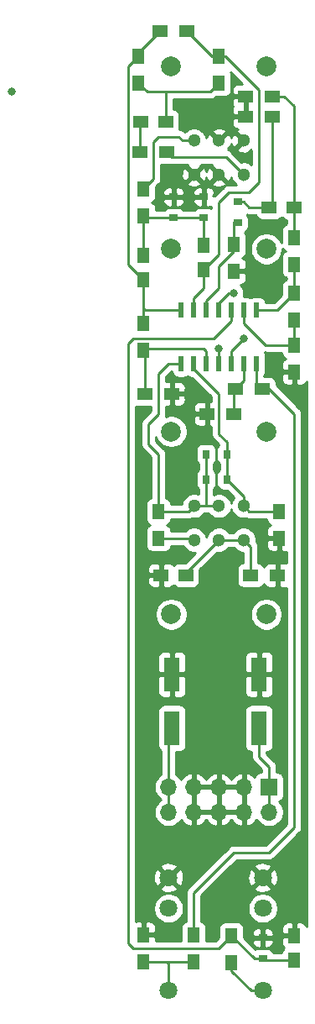
<source format=gbr>
%TF.GenerationSoftware,KiCad,Pcbnew,(5.1.6-0)*%
%TF.CreationDate,2022-12-04T14:57:16-05:00*%
%TF.ProjectId,KickDrum,4b69636b-4472-4756-9d2e-6b696361645f,rev?*%
%TF.SameCoordinates,Original*%
%TF.FileFunction,Copper,L1,Top*%
%TF.FilePolarity,Positive*%
%FSLAX46Y46*%
G04 Gerber Fmt 4.6, Leading zero omitted, Abs format (unit mm)*
G04 Created by KiCad (PCBNEW (5.1.6-0)) date 2022-12-04 14:57:16*
%MOMM*%
%LPD*%
G01*
G04 APERTURE LIST*
%TA.AperFunction,ComponentPad*%
%ADD10C,2.000000*%
%TD*%
%TA.AperFunction,ComponentPad*%
%ADD11C,1.300000*%
%TD*%
%TA.AperFunction,SMDPad,CuDef*%
%ADD12R,1.600000X3.500000*%
%TD*%
%TA.AperFunction,SMDPad,CuDef*%
%ADD13R,0.600000X1.500000*%
%TD*%
%TA.AperFunction,SMDPad,CuDef*%
%ADD14R,1.300000X1.500000*%
%TD*%
%TA.AperFunction,SMDPad,CuDef*%
%ADD15R,1.500000X1.300000*%
%TD*%
%TA.AperFunction,ComponentPad*%
%ADD16C,1.800000*%
%TD*%
%TA.AperFunction,ComponentPad*%
%ADD17R,1.700000X1.700000*%
%TD*%
%TA.AperFunction,ComponentPad*%
%ADD18O,1.700000X1.700000*%
%TD*%
%TA.AperFunction,SMDPad,CuDef*%
%ADD19R,0.800000X0.900000*%
%TD*%
%TA.AperFunction,SMDPad,CuDef*%
%ADD20R,0.900000X0.800000*%
%TD*%
%TA.AperFunction,SMDPad,CuDef*%
%ADD21R,1.500000X1.250000*%
%TD*%
%TA.AperFunction,SMDPad,CuDef*%
%ADD22R,1.250000X1.500000*%
%TD*%
%TA.AperFunction,ViaPad*%
%ADD23C,0.800000*%
%TD*%
%TA.AperFunction,Conductor*%
%ADD24C,0.250000*%
%TD*%
%TA.AperFunction,Conductor*%
%ADD25C,0.254000*%
%TD*%
G04 APERTURE END LIST*
D10*
%TO.P,FREQ1,*%
%TO.N,*%
X117120000Y-81280000D03*
X126720000Y-81280000D03*
D11*
%TO.P,FREQ1,3*%
%TO.N,Net-(FREQ1-Pad3)*%
X119420000Y-88780000D03*
%TO.P,FREQ1,2*%
%TO.N,GND*%
X121920000Y-88780000D03*
%TO.P,FREQ1,1*%
X124420000Y-88780000D03*
%TD*%
D12*
%TO.P,C8,1*%
%TO.N,GND*%
X117188000Y-142588000D03*
%TO.P,C8,2*%
%TO.N,Net-(C8-Pad2)*%
X117188000Y-147988000D03*
%TD*%
%TO.P,C7,1*%
%TO.N,Net-(C7-Pad1)*%
X125984000Y-147988000D03*
%TO.P,C7,2*%
%TO.N,GND*%
X125984000Y-142588000D03*
%TD*%
D13*
%TO.P,U1,1*%
%TO.N,Net-(R3-Pad1)*%
X125730000Y-105885000D03*
%TO.P,U1,2*%
%TO.N,Net-(R2-Pad1)*%
X124460000Y-105885000D03*
%TO.P,U1,3*%
%TO.N,Net-(C1-Pad1)*%
X123190000Y-105885000D03*
%TO.P,U1,4*%
%TO.N,Net-(C7-Pad1)*%
X121920000Y-105885000D03*
%TO.P,U1,5*%
%TO.N,Net-(D2-Pad1)*%
X120650000Y-105885000D03*
%TO.P,U1,6*%
%TO.N,Net-(C3-Pad1)*%
X119380000Y-105885000D03*
%TO.P,U1,7*%
%TO.N,Net-(C5-Pad2)*%
X118110000Y-105885000D03*
%TO.P,U1,8*%
%TO.N,Net-(D5-Pad1)*%
X118110000Y-111285000D03*
%TO.P,U1,9*%
%TO.N,Net-(D5-Pad2)*%
X119380000Y-111285000D03*
%TO.P,U1,10*%
%TO.N,Net-(R13-Pad1)*%
X120650000Y-111285000D03*
%TO.P,U1,11*%
%TO.N,Net-(C8-Pad2)*%
X121920000Y-111285000D03*
%TO.P,U1,12*%
%TO.N,Net-(C6-Pad2)*%
X123190000Y-111285000D03*
%TO.P,U1,13*%
%TO.N,Net-(R18-Pad1)*%
X124460000Y-111285000D03*
%TO.P,U1,14*%
%TO.N,Net-(R19-Pad2)*%
X125730000Y-111285000D03*
%TD*%
D10*
%TO.P,TONE1,*%
%TO.N,*%
X126720000Y-136525000D03*
X117120000Y-136525000D03*
D11*
%TO.P,TONE1,3*%
%TO.N,Net-(C6-Pad2)*%
X124420000Y-129025000D03*
%TO.P,TONE1,2*%
X121920000Y-129025000D03*
%TO.P,TONE1,1*%
%TO.N,Net-(R16-Pad1)*%
X119420000Y-129025000D03*
%TD*%
D10*
%TO.P,DIST1,*%
%TO.N,*%
X117120000Y-118110000D03*
X126720000Y-118110000D03*
D11*
%TO.P,DIST1,3*%
%TO.N,Net-(D5-Pad1)*%
X119420000Y-125610000D03*
%TO.P,DIST1,2*%
X121920000Y-125610000D03*
%TO.P,DIST1,1*%
%TO.N,Net-(D5-Pad2)*%
X124420000Y-125610000D03*
%TD*%
D10*
%TO.P,DECAY1,*%
%TO.N,*%
X126720000Y-99695000D03*
X117120000Y-99695000D03*
D11*
%TO.P,DECAY1,3*%
%TO.N,Net-(DECAY1-Pad3)*%
X124420000Y-92195000D03*
%TO.P,DECAY1,2*%
%TO.N,GND*%
X121920000Y-92195000D03*
%TO.P,DECAY1,1*%
X119420000Y-92195000D03*
%TD*%
D14*
%TO.P,R21,1*%
%TO.N,Net-(OUT1-Pad3)*%
X114300000Y-171530000D03*
%TO.P,R21,2*%
%TO.N,GND*%
X114300000Y-168830000D03*
%TD*%
%TO.P,R20,1*%
%TO.N,Net-(R19-Pad2)*%
X119380000Y-168830000D03*
%TO.P,R20,2*%
%TO.N,Net-(OUT1-Pad3)*%
X119380000Y-171530000D03*
%TD*%
D15*
%TO.P,R19,1*%
%TO.N,Net-(R18-Pad1)*%
X123618000Y-113792000D03*
%TO.P,R19,2*%
%TO.N,Net-(R19-Pad2)*%
X126318000Y-113792000D03*
%TD*%
%TO.P,R18,1*%
%TO.N,Net-(R18-Pad1)*%
X123444000Y-116332000D03*
%TO.P,R18,2*%
%TO.N,GND*%
X120744000Y-116332000D03*
%TD*%
%TO.P,R17,1*%
%TO.N,Net-(C6-Pad2)*%
X125142000Y-132588000D03*
%TO.P,R17,2*%
%TO.N,GND*%
X127842000Y-132588000D03*
%TD*%
D14*
%TO.P,R16,1*%
%TO.N,Net-(R16-Pad1)*%
X115824000Y-128858000D03*
%TO.P,R16,2*%
%TO.N,Net-(D5-Pad1)*%
X115824000Y-126158000D03*
%TD*%
D15*
%TO.P,R15,1*%
%TO.N,Net-(R13-Pad1)*%
X114474000Y-114300000D03*
%TO.P,R15,2*%
%TO.N,GND*%
X117174000Y-114300000D03*
%TD*%
D14*
%TO.P,R14,1*%
%TO.N,Net-(D5-Pad2)*%
X128016000Y-126158000D03*
%TO.P,R14,2*%
%TO.N,GND*%
X128016000Y-128858000D03*
%TD*%
%TO.P,R13,1*%
%TO.N,Net-(R13-Pad1)*%
X114300000Y-109888000D03*
%TO.P,R13,2*%
%TO.N,Net-(C5-Pad2)*%
X114300000Y-107188000D03*
%TD*%
%TO.P,R12,1*%
%TO.N,Net-(C4-Pad2)*%
X113792000Y-82964000D03*
%TO.P,R12,2*%
%TO.N,Net-(C5-Pad2)*%
X113792000Y-80264000D03*
%TD*%
%TO.P,R11,1*%
%TO.N,Net-(C3-Pad2)*%
X114300000Y-96346000D03*
%TO.P,R11,2*%
%TO.N,Net-(FREQ1-Pad3)*%
X114300000Y-93646000D03*
%TD*%
D15*
%TO.P,R10,1*%
%TO.N,Net-(DECAY1-Pad3)*%
X116666000Y-89916000D03*
%TO.P,R10,2*%
%TO.N,Net-(C4-Pad1)*%
X113966000Y-89916000D03*
%TD*%
%TO.P,R9,1*%
%TO.N,Net-(C3-Pad1)*%
X118698000Y-77724000D03*
%TO.P,R9,2*%
%TO.N,Net-(C5-Pad2)*%
X115998000Y-77724000D03*
%TD*%
D14*
%TO.P,R8,1*%
%TO.N,Net-(C3-Pad1)*%
X121920000Y-80264000D03*
%TO.P,R8,2*%
%TO.N,Net-(C4-Pad2)*%
X121920000Y-82964000D03*
%TD*%
%TO.P,R7,1*%
%TO.N,Net-(D2-Pad1)*%
X123444000Y-99234000D03*
%TO.P,R7,2*%
%TO.N,GND*%
X123444000Y-101934000D03*
%TD*%
D15*
%TO.P,R6,1*%
%TO.N,Net-(C2-Pad2)*%
X127334000Y-86360000D03*
%TO.P,R6,2*%
%TO.N,GND*%
X124634000Y-86360000D03*
%TD*%
%TO.P,R5,1*%
%TO.N,Net-(C2-Pad1)*%
X127334000Y-84328000D03*
%TO.P,R5,2*%
%TO.N,GND*%
X124634000Y-84328000D03*
%TD*%
D14*
%TO.P,R4,1*%
%TO.N,Net-(C2-Pad1)*%
X129540000Y-98552000D03*
%TO.P,R4,2*%
%TO.N,Net-(R3-Pad1)*%
X129540000Y-101252000D03*
%TD*%
%TO.P,R3,1*%
%TO.N,Net-(R3-Pad1)*%
X129540000Y-104140000D03*
%TO.P,R3,2*%
%TO.N,Net-(R2-Pad1)*%
X129540000Y-106840000D03*
%TD*%
%TO.P,R2,1*%
%TO.N,Net-(R2-Pad1)*%
X129540000Y-109394000D03*
%TO.P,R2,2*%
%TO.N,GND*%
X129540000Y-112094000D03*
%TD*%
%TO.P,R1,1*%
%TO.N,Net-(C1-Pad1)*%
X123190000Y-168910000D03*
%TO.P,R1,2*%
%TO.N,Net-(GATE_IN1-Pad3)*%
X123190000Y-171610000D03*
%TD*%
D16*
%TO.P,OUT1,3*%
%TO.N,Net-(OUT1-Pad3)*%
X116840000Y-174465000D03*
%TO.P,OUT1,1*%
%TO.N,GND*%
X116840000Y-163065000D03*
%TO.P,OUT1,2*%
%TO.N,Net-(OUT1-Pad2)*%
X116840000Y-166165000D03*
%TD*%
D17*
%TO.P,J2,1*%
%TO.N,Net-(C7-Pad1)*%
X127000000Y-153924000D03*
D18*
%TO.P,J2,2*%
X127000000Y-156464000D03*
%TO.P,J2,3*%
%TO.N,GND*%
X124460000Y-153924000D03*
%TO.P,J2,4*%
X124460000Y-156464000D03*
%TO.P,J2,5*%
X121920000Y-153924000D03*
%TO.P,J2,6*%
X121920000Y-156464000D03*
%TO.P,J2,7*%
X119380000Y-153924000D03*
%TO.P,J2,8*%
X119380000Y-156464000D03*
%TO.P,J2,9*%
%TO.N,Net-(C8-Pad2)*%
X116840000Y-153924000D03*
%TO.P,J2,10*%
X116840000Y-156464000D03*
%TD*%
D16*
%TO.P,GATE_IN1,3*%
%TO.N,Net-(GATE_IN1-Pad3)*%
X126365000Y-174465000D03*
%TO.P,GATE_IN1,1*%
%TO.N,GND*%
X126365000Y-163065000D03*
%TO.P,GATE_IN1,2*%
%TO.N,Net-(GATE_IN1-Pad2)*%
X126365000Y-166165000D03*
%TD*%
D19*
%TO.P,D6,1*%
%TO.N,Net-(D5-Pad2)*%
X122716000Y-120396000D03*
%TO.P,D6,2*%
%TO.N,Net-(D5-Pad1)*%
X120616000Y-120396000D03*
%TD*%
%TO.P,D5,1*%
%TO.N,Net-(D5-Pad1)*%
X120616000Y-122936000D03*
%TO.P,D5,2*%
%TO.N,Net-(D5-Pad2)*%
X122716000Y-122936000D03*
%TD*%
D20*
%TO.P,D4,1*%
%TO.N,GND*%
X117348000Y-94454000D03*
%TO.P,D4,2*%
%TO.N,Net-(C3-Pad2)*%
X117348000Y-96554000D03*
%TD*%
%TO.P,D3,1*%
%TO.N,Net-(C3-Pad2)*%
X120396000Y-96554000D03*
%TO.P,D3,2*%
%TO.N,GND*%
X120396000Y-94454000D03*
%TD*%
%TO.P,D2,1*%
%TO.N,Net-(D2-Pad1)*%
X123825000Y-97062000D03*
%TO.P,D2,2*%
%TO.N,Net-(C2-Pad2)*%
X123825000Y-94962000D03*
%TD*%
%TO.P,D1,1*%
%TO.N,Net-(C1-Pad1)*%
X126365000Y-171230000D03*
%TO.P,D1,2*%
%TO.N,GND*%
X126365000Y-169130000D03*
%TD*%
D21*
%TO.P,C6,1*%
%TO.N,GND*%
X116098000Y-132588000D03*
%TO.P,C6,2*%
%TO.N,Net-(C6-Pad2)*%
X118598000Y-132588000D03*
%TD*%
D22*
%TO.P,C5,1*%
%TO.N,Net-(C3-Pad2)*%
X114300000Y-100350000D03*
%TO.P,C5,2*%
%TO.N,Net-(C5-Pad2)*%
X114300000Y-102850000D03*
%TD*%
D21*
%TO.P,C4,1*%
%TO.N,Net-(C4-Pad1)*%
X114066000Y-86868000D03*
%TO.P,C4,2*%
%TO.N,Net-(C4-Pad2)*%
X116566000Y-86868000D03*
%TD*%
D22*
%TO.P,C3,1*%
%TO.N,Net-(C3-Pad1)*%
X120396000Y-101834000D03*
%TO.P,C3,2*%
%TO.N,Net-(C3-Pad2)*%
X120396000Y-99334000D03*
%TD*%
D21*
%TO.P,C2,1*%
%TO.N,Net-(C2-Pad1)*%
X129520000Y-95504000D03*
%TO.P,C2,2*%
%TO.N,Net-(C2-Pad2)*%
X127020000Y-95504000D03*
%TD*%
D22*
%TO.P,C1,1*%
%TO.N,Net-(C1-Pad1)*%
X129540000Y-171410000D03*
%TO.P,C1,2*%
%TO.N,GND*%
X129540000Y-168910000D03*
%TD*%
D23*
%TO.N,*%
X100965000Y-83820000D03*
%TO.N,GND*%
X120396000Y-141732000D03*
X122936000Y-143256000D03*
X125476000Y-102108000D03*
X127508000Y-102616000D03*
X119380000Y-114300000D03*
X118745000Y-116205000D03*
X127635000Y-130810000D03*
X129540000Y-164465000D03*
X114300000Y-164465000D03*
%TO.N,Net-(C6-Pad2)*%
X124460000Y-108712000D03*
%TO.N,Net-(C7-Pad1)*%
X123444000Y-104140000D03*
%TO.N,Net-(C8-Pad2)*%
X121920000Y-109728000D03*
%TD*%
D24*
%TO.N,Net-(C1-Pad1)*%
X123410000Y-169130000D02*
X123190000Y-168910000D01*
X117856000Y-170180000D02*
X121920000Y-170180000D01*
X121920000Y-170180000D02*
X123190000Y-168910000D01*
X123190000Y-105885000D02*
X123190000Y-106934000D01*
X121412000Y-108712000D02*
X113284000Y-108712000D01*
X112776000Y-109220000D02*
X112776000Y-165100000D01*
X113284000Y-108712000D02*
X112776000Y-109220000D01*
X123190000Y-106934000D02*
X121412000Y-108712000D01*
X117856000Y-170180000D02*
X113284000Y-170180000D01*
X113284000Y-170180000D02*
X112776000Y-169672000D01*
X112776000Y-169672000D02*
X112776000Y-165100000D01*
X126545000Y-171410000D02*
X126365000Y-171230000D01*
X129540000Y-171410000D02*
X126545000Y-171410000D01*
X125510000Y-171230000D02*
X123190000Y-168910000D01*
X126365000Y-171230000D02*
X125510000Y-171230000D01*
%TO.N,Net-(C2-Pad1)*%
X129540000Y-95524000D02*
X129520000Y-95504000D01*
X129540000Y-98552000D02*
X129540000Y-95524000D01*
X128524000Y-84328000D02*
X127334000Y-84328000D01*
X129520000Y-85324000D02*
X128524000Y-84328000D01*
X129520000Y-95504000D02*
X129520000Y-85324000D01*
%TO.N,Net-(C2-Pad2)*%
X127020000Y-95504000D02*
X126492000Y-95504000D01*
X123825000Y-94962000D02*
X124426000Y-94962000D01*
X124968000Y-95504000D02*
X127020000Y-95504000D01*
X124426000Y-94962000D02*
X124968000Y-95504000D01*
X127334000Y-95190000D02*
X127020000Y-95504000D01*
X127334000Y-86360000D02*
X127334000Y-95190000D01*
%TO.N,Net-(C3-Pad1)*%
X119380000Y-105885000D02*
X119380000Y-104648000D01*
X120396000Y-103632000D02*
X120396000Y-101834000D01*
X119380000Y-104648000D02*
X120396000Y-103632000D01*
X121238000Y-80264000D02*
X118698000Y-77724000D01*
X121920000Y-80264000D02*
X121238000Y-80264000D01*
X121920000Y-94996000D02*
X121920000Y-100310000D01*
X125984000Y-92964000D02*
X124968000Y-93980000D01*
X124968000Y-93980000D02*
X122936000Y-93980000D01*
X122555002Y-80264000D02*
X121920000Y-80264000D01*
X125984000Y-83692998D02*
X122555002Y-80264000D01*
X125984000Y-92964000D02*
X125984000Y-83692998D01*
X121920000Y-100310000D02*
X120396000Y-101834000D01*
X121920000Y-94996000D02*
X122936000Y-93980000D01*
%TO.N,Net-(C3-Pad2)*%
X120396000Y-99334000D02*
X120396000Y-96554000D01*
X120396000Y-96554000D02*
X117348000Y-96554000D01*
X114508000Y-96554000D02*
X114300000Y-96346000D01*
X117348000Y-96554000D02*
X114508000Y-96554000D01*
X114300000Y-100350000D02*
X114300000Y-96346000D01*
%TO.N,Net-(C4-Pad1)*%
X113966000Y-86968000D02*
X114066000Y-86868000D01*
X113966000Y-89916000D02*
X113966000Y-86968000D01*
%TO.N,Net-(C4-Pad2)*%
X121412000Y-83472000D02*
X121920000Y-82964000D01*
X116566000Y-86868000D02*
X116566000Y-83866000D01*
X121018000Y-83866000D02*
X121920000Y-82964000D01*
X116566000Y-83866000D02*
X121018000Y-83866000D01*
X114694000Y-83866000D02*
X113792000Y-82964000D01*
X116566000Y-83866000D02*
X114694000Y-83866000D01*
%TO.N,Net-(C5-Pad2)*%
X118110000Y-105885000D02*
X114521000Y-105885000D01*
X114300000Y-105664000D02*
X114300000Y-102850000D01*
X114521000Y-105885000D02*
X114300000Y-105664000D01*
X114300000Y-107188000D02*
X114300000Y-105664000D01*
X113792000Y-79930000D02*
X115998000Y-77724000D01*
X113792000Y-80264000D02*
X113792000Y-79930000D01*
X113792000Y-80264000D02*
X112776000Y-81280000D01*
X112776000Y-101326000D02*
X114300000Y-102850000D01*
X112776000Y-81280000D02*
X112776000Y-101326000D01*
%TO.N,Net-(C6-Pad2)*%
X118598000Y-132347000D02*
X121920000Y-129025000D01*
X118598000Y-132588000D02*
X118598000Y-132347000D01*
X121920000Y-129025000D02*
X124420000Y-129025000D01*
X125142000Y-129747000D02*
X124420000Y-129025000D01*
X125142000Y-132588000D02*
X125142000Y-129747000D01*
X123190000Y-111285000D02*
X123190000Y-109982000D01*
X123190000Y-109982000D02*
X124460000Y-108712000D01*
X124460000Y-108712000D02*
X124460000Y-108712000D01*
%TO.N,Net-(D2-Pad1)*%
X123444000Y-99234000D02*
X123444000Y-96935000D01*
X121920000Y-101472998D02*
X123444000Y-99948998D01*
X120650000Y-104902000D02*
X121920000Y-103632000D01*
X123444000Y-99948998D02*
X123444000Y-99234000D01*
X121920000Y-103632000D02*
X121920000Y-101472998D01*
X120650000Y-105885000D02*
X120650000Y-104902000D01*
%TO.N,Net-(D5-Pad1)*%
X120616000Y-120396000D02*
X120616000Y-122936000D01*
X120616000Y-125524000D02*
X120530000Y-125610000D01*
X120530000Y-125610000D02*
X119420000Y-125610000D01*
X120616000Y-122936000D02*
X120616000Y-125524000D01*
X121920000Y-125610000D02*
X120530000Y-125610000D01*
%TO.N,Net-(D5-Pad2)*%
X124968000Y-126158000D02*
X124420000Y-125610000D01*
X128016000Y-126158000D02*
X124968000Y-126158000D01*
X124420000Y-124640000D02*
X122716000Y-122936000D01*
X124420000Y-125610000D02*
X124420000Y-124640000D01*
X122716000Y-122936000D02*
X122716000Y-120396000D01*
X119380000Y-111285000D02*
X119380000Y-111760000D01*
X119380000Y-111760000D02*
X121920000Y-114300000D01*
X121920000Y-114300000D02*
X121920000Y-118364000D01*
X122716000Y-119160000D02*
X122716000Y-120396000D01*
X121920000Y-118364000D02*
X122716000Y-119160000D01*
%TO.N,Net-(R2-Pad1)*%
X124460000Y-105885000D02*
X124460000Y-107188000D01*
X124460000Y-107188000D02*
X126652000Y-109380000D01*
X129526000Y-109380000D02*
X129540000Y-109394000D01*
X126652000Y-109380000D02*
X129526000Y-109380000D01*
X129540000Y-109394000D02*
X129540000Y-106840000D01*
%TO.N,Net-(R3-Pad1)*%
X127795000Y-105885000D02*
X129540000Y-104140000D01*
X125730000Y-105885000D02*
X127795000Y-105885000D01*
X129540000Y-104140000D02*
X129540000Y-101252000D01*
%TO.N,Net-(R13-Pad1)*%
X120650000Y-111285000D02*
X120650000Y-109982000D01*
X120650000Y-109982000D02*
X120396000Y-109728000D01*
X114460000Y-109728000D02*
X114300000Y-109888000D01*
X120396000Y-109728000D02*
X114460000Y-109728000D01*
X114474000Y-110062000D02*
X114300000Y-109888000D01*
X114474000Y-114300000D02*
X114474000Y-110062000D01*
%TO.N,Net-(R16-Pad1)*%
X119253000Y-128858000D02*
X119420000Y-129025000D01*
X115824000Y-128858000D02*
X119253000Y-128858000D01*
%TO.N,Net-(D5-Pad1)*%
X115824000Y-122936000D02*
X115824000Y-126158000D01*
X114808000Y-117348000D02*
X114808000Y-119380000D01*
X115824000Y-120396000D02*
X115824000Y-122936000D01*
X115824000Y-116332000D02*
X114808000Y-117348000D01*
X115824000Y-112268000D02*
X115824000Y-116332000D01*
X114808000Y-119380000D02*
X115824000Y-120396000D01*
X116807000Y-111285000D02*
X115824000Y-112268000D01*
X118110000Y-111285000D02*
X116807000Y-111285000D01*
X118872000Y-126158000D02*
X119420000Y-125610000D01*
X115824000Y-126158000D02*
X118872000Y-126158000D01*
%TO.N,Net-(R18-Pad1)*%
X123444000Y-113966000D02*
X123618000Y-113792000D01*
X123444000Y-116332000D02*
X123444000Y-113966000D01*
X124460000Y-112950000D02*
X123618000Y-113792000D01*
X124460000Y-111285000D02*
X124460000Y-112950000D01*
%TO.N,Net-(R19-Pad2)*%
X125730000Y-111285000D02*
X125730000Y-112014000D01*
X125730000Y-113204000D02*
X126318000Y-113792000D01*
X125730000Y-111285000D02*
X125730000Y-113204000D01*
X126318000Y-113792000D02*
X127000000Y-113792000D01*
X127000000Y-113792000D02*
X129540000Y-116332000D01*
X129540000Y-116332000D02*
X129540000Y-157988000D01*
X129540000Y-157988000D02*
X127000000Y-160528000D01*
X127000000Y-160528000D02*
X123444000Y-160528000D01*
X123444000Y-160528000D02*
X119380000Y-164592000D01*
X119380000Y-164592000D02*
X119380000Y-168830000D01*
%TO.N,Net-(DECAY1-Pad3)*%
X124420000Y-92195000D02*
X122649000Y-90424000D01*
X117174000Y-90424000D02*
X116666000Y-89916000D01*
X122649000Y-90424000D02*
X117174000Y-90424000D01*
%TO.N,Net-(FREQ1-Pad3)*%
X119420000Y-88780000D02*
X118244000Y-88780000D01*
X118244000Y-88780000D02*
X117856000Y-88392000D01*
X115824000Y-88392000D02*
X115316000Y-88900000D01*
X117856000Y-88392000D02*
X115824000Y-88392000D01*
X115316000Y-92630000D02*
X114300000Y-93646000D01*
X115316000Y-88900000D02*
X115316000Y-92630000D01*
%TO.N,Net-(GATE_IN1-Pad3)*%
X123190000Y-171610000D02*
X123190000Y-172466000D01*
X125189000Y-174465000D02*
X126365000Y-174465000D01*
X123190000Y-172466000D02*
X125189000Y-174465000D01*
%TO.N,Net-(OUT1-Pad3)*%
X116840000Y-171704000D02*
X116666000Y-171530000D01*
X116840000Y-174465000D02*
X116840000Y-171704000D01*
X116666000Y-171530000D02*
X119380000Y-171530000D01*
X114300000Y-171530000D02*
X116666000Y-171530000D01*
%TO.N,Net-(C7-Pad1)*%
X127000000Y-156464000D02*
X127000000Y-153924000D01*
X127000000Y-153924000D02*
X127000000Y-151892000D01*
X125984000Y-150876000D02*
X125984000Y-147988000D01*
X127000000Y-151892000D02*
X125984000Y-150876000D01*
X121920000Y-105885000D02*
X121920000Y-105156000D01*
X121920000Y-105156000D02*
X122936000Y-104140000D01*
X122936000Y-104140000D02*
X123444000Y-104140000D01*
X123444000Y-104140000D02*
X123444000Y-104140000D01*
%TO.N,Net-(C8-Pad2)*%
X116840000Y-156464000D02*
X116840000Y-153924000D01*
X116840000Y-148336000D02*
X117188000Y-147988000D01*
X116840000Y-153924000D02*
X116840000Y-148336000D01*
X121920000Y-111285000D02*
X121920000Y-109728000D01*
X121920000Y-109728000D02*
X121920000Y-109728000D01*
%TD*%
D25*
%TO.N,GND*%
G36*
X126614667Y-110140000D02*
G01*
X126614676Y-110140000D01*
X126651999Y-110143676D01*
X126689322Y-110140000D01*
X128251928Y-110140000D01*
X128251928Y-110144000D01*
X128264188Y-110268482D01*
X128300498Y-110388180D01*
X128359463Y-110498494D01*
X128438815Y-110595185D01*
X128535506Y-110674537D01*
X128645820Y-110733502D01*
X128680427Y-110744000D01*
X128645820Y-110754498D01*
X128535506Y-110813463D01*
X128438815Y-110892815D01*
X128359463Y-110989506D01*
X128300498Y-111099820D01*
X128264188Y-111219518D01*
X128251928Y-111344000D01*
X128255000Y-111808250D01*
X128413750Y-111967000D01*
X129413000Y-111967000D01*
X129413000Y-111947000D01*
X129667000Y-111947000D01*
X129667000Y-111967000D01*
X129687000Y-111967000D01*
X129687000Y-112221000D01*
X129667000Y-112221000D01*
X129667000Y-113320250D01*
X129825750Y-113479000D01*
X130190000Y-113482072D01*
X130314482Y-113469812D01*
X130434180Y-113433502D01*
X130544494Y-113374537D01*
X130641185Y-113295185D01*
X130720537Y-113198494D01*
X130779502Y-113088180D01*
X130785000Y-113070054D01*
X130785001Y-168016361D01*
X130754502Y-167915820D01*
X130695537Y-167805506D01*
X130616185Y-167708815D01*
X130519494Y-167629463D01*
X130409180Y-167570498D01*
X130289482Y-167534188D01*
X130165000Y-167521928D01*
X129825750Y-167525000D01*
X129667000Y-167683750D01*
X129667000Y-168783000D01*
X129687000Y-168783000D01*
X129687000Y-169037000D01*
X129667000Y-169037000D01*
X129667000Y-169057000D01*
X129413000Y-169057000D01*
X129413000Y-169037000D01*
X128438750Y-169037000D01*
X128280000Y-169195750D01*
X128276928Y-169660000D01*
X128289188Y-169784482D01*
X128325498Y-169904180D01*
X128384463Y-170014494D01*
X128463815Y-170111185D01*
X128523296Y-170160000D01*
X128463815Y-170208815D01*
X128384463Y-170305506D01*
X128325498Y-170415820D01*
X128289188Y-170535518D01*
X128277913Y-170650000D01*
X127423971Y-170650000D01*
X127404502Y-170585820D01*
X127345537Y-170475506D01*
X127266185Y-170378815D01*
X127169494Y-170299463D01*
X127059180Y-170240498D01*
X126939482Y-170204188D01*
X126815000Y-170191928D01*
X125915000Y-170191928D01*
X125790518Y-170204188D01*
X125670820Y-170240498D01*
X125621606Y-170266804D01*
X124884802Y-169530000D01*
X125276928Y-169530000D01*
X125289188Y-169654482D01*
X125325498Y-169774180D01*
X125384463Y-169884494D01*
X125463815Y-169981185D01*
X125560506Y-170060537D01*
X125670820Y-170119502D01*
X125790518Y-170155812D01*
X125915000Y-170168072D01*
X126079250Y-170165000D01*
X126238000Y-170006250D01*
X126238000Y-169257000D01*
X126492000Y-169257000D01*
X126492000Y-170006250D01*
X126650750Y-170165000D01*
X126815000Y-170168072D01*
X126939482Y-170155812D01*
X127059180Y-170119502D01*
X127169494Y-170060537D01*
X127266185Y-169981185D01*
X127345537Y-169884494D01*
X127404502Y-169774180D01*
X127440812Y-169654482D01*
X127453072Y-169530000D01*
X127450000Y-169415750D01*
X127291250Y-169257000D01*
X126492000Y-169257000D01*
X126238000Y-169257000D01*
X125438750Y-169257000D01*
X125280000Y-169415750D01*
X125276928Y-169530000D01*
X124884802Y-169530000D01*
X124478072Y-169123270D01*
X124478072Y-168730000D01*
X125276928Y-168730000D01*
X125280000Y-168844250D01*
X125438750Y-169003000D01*
X126238000Y-169003000D01*
X126238000Y-168253750D01*
X126492000Y-168253750D01*
X126492000Y-169003000D01*
X127291250Y-169003000D01*
X127450000Y-168844250D01*
X127453072Y-168730000D01*
X127440812Y-168605518D01*
X127404502Y-168485820D01*
X127345537Y-168375506D01*
X127266185Y-168278815D01*
X127169494Y-168199463D01*
X127095666Y-168160000D01*
X128276928Y-168160000D01*
X128280000Y-168624250D01*
X128438750Y-168783000D01*
X129413000Y-168783000D01*
X129413000Y-167683750D01*
X129254250Y-167525000D01*
X128915000Y-167521928D01*
X128790518Y-167534188D01*
X128670820Y-167570498D01*
X128560506Y-167629463D01*
X128463815Y-167708815D01*
X128384463Y-167805506D01*
X128325498Y-167915820D01*
X128289188Y-168035518D01*
X128276928Y-168160000D01*
X127095666Y-168160000D01*
X127059180Y-168140498D01*
X126939482Y-168104188D01*
X126815000Y-168091928D01*
X126650750Y-168095000D01*
X126492000Y-168253750D01*
X126238000Y-168253750D01*
X126079250Y-168095000D01*
X125915000Y-168091928D01*
X125790518Y-168104188D01*
X125670820Y-168140498D01*
X125560506Y-168199463D01*
X125463815Y-168278815D01*
X125384463Y-168375506D01*
X125325498Y-168485820D01*
X125289188Y-168605518D01*
X125276928Y-168730000D01*
X124478072Y-168730000D01*
X124478072Y-168160000D01*
X124465812Y-168035518D01*
X124429502Y-167915820D01*
X124370537Y-167805506D01*
X124291185Y-167708815D01*
X124194494Y-167629463D01*
X124084180Y-167570498D01*
X123964482Y-167534188D01*
X123840000Y-167521928D01*
X122540000Y-167521928D01*
X122415518Y-167534188D01*
X122295820Y-167570498D01*
X122185506Y-167629463D01*
X122088815Y-167708815D01*
X122009463Y-167805506D01*
X121950498Y-167915820D01*
X121914188Y-168035518D01*
X121901928Y-168160000D01*
X121901928Y-169123271D01*
X121605199Y-169420000D01*
X120668072Y-169420000D01*
X120668072Y-168080000D01*
X120655812Y-167955518D01*
X120619502Y-167835820D01*
X120560537Y-167725506D01*
X120481185Y-167628815D01*
X120384494Y-167549463D01*
X120274180Y-167490498D01*
X120154482Y-167454188D01*
X120140000Y-167452762D01*
X120140000Y-166013816D01*
X124830000Y-166013816D01*
X124830000Y-166316184D01*
X124888989Y-166612743D01*
X125004701Y-166892095D01*
X125172688Y-167143505D01*
X125386495Y-167357312D01*
X125637905Y-167525299D01*
X125917257Y-167641011D01*
X126213816Y-167700000D01*
X126516184Y-167700000D01*
X126812743Y-167641011D01*
X127092095Y-167525299D01*
X127343505Y-167357312D01*
X127557312Y-167143505D01*
X127725299Y-166892095D01*
X127841011Y-166612743D01*
X127900000Y-166316184D01*
X127900000Y-166013816D01*
X127841011Y-165717257D01*
X127725299Y-165437905D01*
X127557312Y-165186495D01*
X127343505Y-164972688D01*
X127092095Y-164804701D01*
X126812743Y-164688989D01*
X126516184Y-164630000D01*
X126213816Y-164630000D01*
X125917257Y-164688989D01*
X125637905Y-164804701D01*
X125386495Y-164972688D01*
X125172688Y-165186495D01*
X125004701Y-165437905D01*
X124888989Y-165717257D01*
X124830000Y-166013816D01*
X120140000Y-166013816D01*
X120140000Y-164906801D01*
X120917721Y-164129080D01*
X125480525Y-164129080D01*
X125564208Y-164383261D01*
X125836775Y-164514158D01*
X126129642Y-164589365D01*
X126431553Y-164605991D01*
X126730907Y-164563397D01*
X127016199Y-164463222D01*
X127165792Y-164383261D01*
X127249475Y-164129080D01*
X126365000Y-163244605D01*
X125480525Y-164129080D01*
X120917721Y-164129080D01*
X121915248Y-163131553D01*
X124824009Y-163131553D01*
X124866603Y-163430907D01*
X124966778Y-163716199D01*
X125046739Y-163865792D01*
X125300920Y-163949475D01*
X126185395Y-163065000D01*
X126544605Y-163065000D01*
X127429080Y-163949475D01*
X127683261Y-163865792D01*
X127814158Y-163593225D01*
X127889365Y-163300358D01*
X127905991Y-162998447D01*
X127863397Y-162699093D01*
X127763222Y-162413801D01*
X127683261Y-162264208D01*
X127429080Y-162180525D01*
X126544605Y-163065000D01*
X126185395Y-163065000D01*
X125300920Y-162180525D01*
X125046739Y-162264208D01*
X124915842Y-162536775D01*
X124840635Y-162829642D01*
X124824009Y-163131553D01*
X121915248Y-163131553D01*
X123045881Y-162000920D01*
X125480525Y-162000920D01*
X126365000Y-162885395D01*
X127249475Y-162000920D01*
X127165792Y-161746739D01*
X126893225Y-161615842D01*
X126600358Y-161540635D01*
X126298447Y-161524009D01*
X125999093Y-161566603D01*
X125713801Y-161666778D01*
X125564208Y-161746739D01*
X125480525Y-162000920D01*
X123045881Y-162000920D01*
X123758802Y-161288000D01*
X126962678Y-161288000D01*
X127000000Y-161291676D01*
X127037322Y-161288000D01*
X127037333Y-161288000D01*
X127148986Y-161277003D01*
X127292247Y-161233546D01*
X127424276Y-161162974D01*
X127540001Y-161068001D01*
X127563804Y-161038997D01*
X130051008Y-158551795D01*
X130080001Y-158528001D01*
X130103795Y-158499008D01*
X130103799Y-158499004D01*
X130174973Y-158412277D01*
X130174974Y-158412276D01*
X130245546Y-158280247D01*
X130289003Y-158136986D01*
X130300000Y-158025333D01*
X130300000Y-158025324D01*
X130303676Y-157988001D01*
X130300000Y-157950678D01*
X130300000Y-116369322D01*
X130303676Y-116331999D01*
X130300000Y-116294676D01*
X130300000Y-116294667D01*
X130289003Y-116183014D01*
X130245546Y-116039753D01*
X130174974Y-115907724D01*
X130161811Y-115891685D01*
X130103799Y-115820996D01*
X130103795Y-115820992D01*
X130080001Y-115791999D01*
X130051009Y-115768206D01*
X127706072Y-113423271D01*
X127706072Y-113142000D01*
X127693812Y-113017518D01*
X127657502Y-112897820D01*
X127628735Y-112844000D01*
X128251928Y-112844000D01*
X128264188Y-112968482D01*
X128300498Y-113088180D01*
X128359463Y-113198494D01*
X128438815Y-113295185D01*
X128535506Y-113374537D01*
X128645820Y-113433502D01*
X128765518Y-113469812D01*
X128890000Y-113482072D01*
X129254250Y-113479000D01*
X129413000Y-113320250D01*
X129413000Y-112221000D01*
X128413750Y-112221000D01*
X128255000Y-112379750D01*
X128251928Y-112844000D01*
X127628735Y-112844000D01*
X127598537Y-112787506D01*
X127519185Y-112690815D01*
X127422494Y-112611463D01*
X127312180Y-112552498D01*
X127192482Y-112516188D01*
X127068000Y-112503928D01*
X126490000Y-112503928D01*
X126490000Y-112475444D01*
X126560537Y-112389494D01*
X126619502Y-112279180D01*
X126655812Y-112159482D01*
X126668072Y-112035000D01*
X126668072Y-110535000D01*
X126655812Y-110410518D01*
X126619502Y-110290820D01*
X126560537Y-110180506D01*
X126519611Y-110130638D01*
X126614667Y-110140000D01*
G37*
X126614667Y-110140000D02*
X126614676Y-110140000D01*
X126651999Y-110143676D01*
X126689322Y-110140000D01*
X128251928Y-110140000D01*
X128251928Y-110144000D01*
X128264188Y-110268482D01*
X128300498Y-110388180D01*
X128359463Y-110498494D01*
X128438815Y-110595185D01*
X128535506Y-110674537D01*
X128645820Y-110733502D01*
X128680427Y-110744000D01*
X128645820Y-110754498D01*
X128535506Y-110813463D01*
X128438815Y-110892815D01*
X128359463Y-110989506D01*
X128300498Y-111099820D01*
X128264188Y-111219518D01*
X128251928Y-111344000D01*
X128255000Y-111808250D01*
X128413750Y-111967000D01*
X129413000Y-111967000D01*
X129413000Y-111947000D01*
X129667000Y-111947000D01*
X129667000Y-111967000D01*
X129687000Y-111967000D01*
X129687000Y-112221000D01*
X129667000Y-112221000D01*
X129667000Y-113320250D01*
X129825750Y-113479000D01*
X130190000Y-113482072D01*
X130314482Y-113469812D01*
X130434180Y-113433502D01*
X130544494Y-113374537D01*
X130641185Y-113295185D01*
X130720537Y-113198494D01*
X130779502Y-113088180D01*
X130785000Y-113070054D01*
X130785001Y-168016361D01*
X130754502Y-167915820D01*
X130695537Y-167805506D01*
X130616185Y-167708815D01*
X130519494Y-167629463D01*
X130409180Y-167570498D01*
X130289482Y-167534188D01*
X130165000Y-167521928D01*
X129825750Y-167525000D01*
X129667000Y-167683750D01*
X129667000Y-168783000D01*
X129687000Y-168783000D01*
X129687000Y-169037000D01*
X129667000Y-169037000D01*
X129667000Y-169057000D01*
X129413000Y-169057000D01*
X129413000Y-169037000D01*
X128438750Y-169037000D01*
X128280000Y-169195750D01*
X128276928Y-169660000D01*
X128289188Y-169784482D01*
X128325498Y-169904180D01*
X128384463Y-170014494D01*
X128463815Y-170111185D01*
X128523296Y-170160000D01*
X128463815Y-170208815D01*
X128384463Y-170305506D01*
X128325498Y-170415820D01*
X128289188Y-170535518D01*
X128277913Y-170650000D01*
X127423971Y-170650000D01*
X127404502Y-170585820D01*
X127345537Y-170475506D01*
X127266185Y-170378815D01*
X127169494Y-170299463D01*
X127059180Y-170240498D01*
X126939482Y-170204188D01*
X126815000Y-170191928D01*
X125915000Y-170191928D01*
X125790518Y-170204188D01*
X125670820Y-170240498D01*
X125621606Y-170266804D01*
X124884802Y-169530000D01*
X125276928Y-169530000D01*
X125289188Y-169654482D01*
X125325498Y-169774180D01*
X125384463Y-169884494D01*
X125463815Y-169981185D01*
X125560506Y-170060537D01*
X125670820Y-170119502D01*
X125790518Y-170155812D01*
X125915000Y-170168072D01*
X126079250Y-170165000D01*
X126238000Y-170006250D01*
X126238000Y-169257000D01*
X126492000Y-169257000D01*
X126492000Y-170006250D01*
X126650750Y-170165000D01*
X126815000Y-170168072D01*
X126939482Y-170155812D01*
X127059180Y-170119502D01*
X127169494Y-170060537D01*
X127266185Y-169981185D01*
X127345537Y-169884494D01*
X127404502Y-169774180D01*
X127440812Y-169654482D01*
X127453072Y-169530000D01*
X127450000Y-169415750D01*
X127291250Y-169257000D01*
X126492000Y-169257000D01*
X126238000Y-169257000D01*
X125438750Y-169257000D01*
X125280000Y-169415750D01*
X125276928Y-169530000D01*
X124884802Y-169530000D01*
X124478072Y-169123270D01*
X124478072Y-168730000D01*
X125276928Y-168730000D01*
X125280000Y-168844250D01*
X125438750Y-169003000D01*
X126238000Y-169003000D01*
X126238000Y-168253750D01*
X126492000Y-168253750D01*
X126492000Y-169003000D01*
X127291250Y-169003000D01*
X127450000Y-168844250D01*
X127453072Y-168730000D01*
X127440812Y-168605518D01*
X127404502Y-168485820D01*
X127345537Y-168375506D01*
X127266185Y-168278815D01*
X127169494Y-168199463D01*
X127095666Y-168160000D01*
X128276928Y-168160000D01*
X128280000Y-168624250D01*
X128438750Y-168783000D01*
X129413000Y-168783000D01*
X129413000Y-167683750D01*
X129254250Y-167525000D01*
X128915000Y-167521928D01*
X128790518Y-167534188D01*
X128670820Y-167570498D01*
X128560506Y-167629463D01*
X128463815Y-167708815D01*
X128384463Y-167805506D01*
X128325498Y-167915820D01*
X128289188Y-168035518D01*
X128276928Y-168160000D01*
X127095666Y-168160000D01*
X127059180Y-168140498D01*
X126939482Y-168104188D01*
X126815000Y-168091928D01*
X126650750Y-168095000D01*
X126492000Y-168253750D01*
X126238000Y-168253750D01*
X126079250Y-168095000D01*
X125915000Y-168091928D01*
X125790518Y-168104188D01*
X125670820Y-168140498D01*
X125560506Y-168199463D01*
X125463815Y-168278815D01*
X125384463Y-168375506D01*
X125325498Y-168485820D01*
X125289188Y-168605518D01*
X125276928Y-168730000D01*
X124478072Y-168730000D01*
X124478072Y-168160000D01*
X124465812Y-168035518D01*
X124429502Y-167915820D01*
X124370537Y-167805506D01*
X124291185Y-167708815D01*
X124194494Y-167629463D01*
X124084180Y-167570498D01*
X123964482Y-167534188D01*
X123840000Y-167521928D01*
X122540000Y-167521928D01*
X122415518Y-167534188D01*
X122295820Y-167570498D01*
X122185506Y-167629463D01*
X122088815Y-167708815D01*
X122009463Y-167805506D01*
X121950498Y-167915820D01*
X121914188Y-168035518D01*
X121901928Y-168160000D01*
X121901928Y-169123271D01*
X121605199Y-169420000D01*
X120668072Y-169420000D01*
X120668072Y-168080000D01*
X120655812Y-167955518D01*
X120619502Y-167835820D01*
X120560537Y-167725506D01*
X120481185Y-167628815D01*
X120384494Y-167549463D01*
X120274180Y-167490498D01*
X120154482Y-167454188D01*
X120140000Y-167452762D01*
X120140000Y-166013816D01*
X124830000Y-166013816D01*
X124830000Y-166316184D01*
X124888989Y-166612743D01*
X125004701Y-166892095D01*
X125172688Y-167143505D01*
X125386495Y-167357312D01*
X125637905Y-167525299D01*
X125917257Y-167641011D01*
X126213816Y-167700000D01*
X126516184Y-167700000D01*
X126812743Y-167641011D01*
X127092095Y-167525299D01*
X127343505Y-167357312D01*
X127557312Y-167143505D01*
X127725299Y-166892095D01*
X127841011Y-166612743D01*
X127900000Y-166316184D01*
X127900000Y-166013816D01*
X127841011Y-165717257D01*
X127725299Y-165437905D01*
X127557312Y-165186495D01*
X127343505Y-164972688D01*
X127092095Y-164804701D01*
X126812743Y-164688989D01*
X126516184Y-164630000D01*
X126213816Y-164630000D01*
X125917257Y-164688989D01*
X125637905Y-164804701D01*
X125386495Y-164972688D01*
X125172688Y-165186495D01*
X125004701Y-165437905D01*
X124888989Y-165717257D01*
X124830000Y-166013816D01*
X120140000Y-166013816D01*
X120140000Y-164906801D01*
X120917721Y-164129080D01*
X125480525Y-164129080D01*
X125564208Y-164383261D01*
X125836775Y-164514158D01*
X126129642Y-164589365D01*
X126431553Y-164605991D01*
X126730907Y-164563397D01*
X127016199Y-164463222D01*
X127165792Y-164383261D01*
X127249475Y-164129080D01*
X126365000Y-163244605D01*
X125480525Y-164129080D01*
X120917721Y-164129080D01*
X121915248Y-163131553D01*
X124824009Y-163131553D01*
X124866603Y-163430907D01*
X124966778Y-163716199D01*
X125046739Y-163865792D01*
X125300920Y-163949475D01*
X126185395Y-163065000D01*
X126544605Y-163065000D01*
X127429080Y-163949475D01*
X127683261Y-163865792D01*
X127814158Y-163593225D01*
X127889365Y-163300358D01*
X127905991Y-162998447D01*
X127863397Y-162699093D01*
X127763222Y-162413801D01*
X127683261Y-162264208D01*
X127429080Y-162180525D01*
X126544605Y-163065000D01*
X126185395Y-163065000D01*
X125300920Y-162180525D01*
X125046739Y-162264208D01*
X124915842Y-162536775D01*
X124840635Y-162829642D01*
X124824009Y-163131553D01*
X121915248Y-163131553D01*
X123045881Y-162000920D01*
X125480525Y-162000920D01*
X126365000Y-162885395D01*
X127249475Y-162000920D01*
X127165792Y-161746739D01*
X126893225Y-161615842D01*
X126600358Y-161540635D01*
X126298447Y-161524009D01*
X125999093Y-161566603D01*
X125713801Y-161666778D01*
X125564208Y-161746739D01*
X125480525Y-162000920D01*
X123045881Y-162000920D01*
X123758802Y-161288000D01*
X126962678Y-161288000D01*
X127000000Y-161291676D01*
X127037322Y-161288000D01*
X127037333Y-161288000D01*
X127148986Y-161277003D01*
X127292247Y-161233546D01*
X127424276Y-161162974D01*
X127540001Y-161068001D01*
X127563804Y-161038997D01*
X130051008Y-158551795D01*
X130080001Y-158528001D01*
X130103795Y-158499008D01*
X130103799Y-158499004D01*
X130174973Y-158412277D01*
X130174974Y-158412276D01*
X130245546Y-158280247D01*
X130289003Y-158136986D01*
X130300000Y-158025333D01*
X130300000Y-158025324D01*
X130303676Y-157988001D01*
X130300000Y-157950678D01*
X130300000Y-116369322D01*
X130303676Y-116331999D01*
X130300000Y-116294676D01*
X130300000Y-116294667D01*
X130289003Y-116183014D01*
X130245546Y-116039753D01*
X130174974Y-115907724D01*
X130161811Y-115891685D01*
X130103799Y-115820996D01*
X130103795Y-115820992D01*
X130080001Y-115791999D01*
X130051009Y-115768206D01*
X127706072Y-113423271D01*
X127706072Y-113142000D01*
X127693812Y-113017518D01*
X127657502Y-112897820D01*
X127628735Y-112844000D01*
X128251928Y-112844000D01*
X128264188Y-112968482D01*
X128300498Y-113088180D01*
X128359463Y-113198494D01*
X128438815Y-113295185D01*
X128535506Y-113374537D01*
X128645820Y-113433502D01*
X128765518Y-113469812D01*
X128890000Y-113482072D01*
X129254250Y-113479000D01*
X129413000Y-113320250D01*
X129413000Y-112221000D01*
X128413750Y-112221000D01*
X128255000Y-112379750D01*
X128251928Y-112844000D01*
X127628735Y-112844000D01*
X127598537Y-112787506D01*
X127519185Y-112690815D01*
X127422494Y-112611463D01*
X127312180Y-112552498D01*
X127192482Y-112516188D01*
X127068000Y-112503928D01*
X126490000Y-112503928D01*
X126490000Y-112475444D01*
X126560537Y-112389494D01*
X126619502Y-112279180D01*
X126655812Y-112159482D01*
X126668072Y-112035000D01*
X126668072Y-110535000D01*
X126655812Y-110410518D01*
X126619502Y-110290820D01*
X126560537Y-110180506D01*
X126519611Y-110130638D01*
X126614667Y-110140000D01*
G36*
X113599518Y-115575812D02*
G01*
X113724000Y-115588072D01*
X115064001Y-115588072D01*
X115064001Y-116017197D01*
X114297002Y-116784196D01*
X114267999Y-116807999D01*
X114215475Y-116872000D01*
X114173026Y-116923724D01*
X114102455Y-117055753D01*
X114102454Y-117055754D01*
X114058997Y-117199015D01*
X114048000Y-117310668D01*
X114048000Y-117310678D01*
X114044324Y-117348000D01*
X114048000Y-117385323D01*
X114048001Y-119342668D01*
X114044324Y-119380000D01*
X114058998Y-119528985D01*
X114102454Y-119672246D01*
X114173026Y-119804276D01*
X114223310Y-119865546D01*
X114268000Y-119920001D01*
X114296998Y-119943799D01*
X115064000Y-120710802D01*
X115064001Y-122898658D01*
X115064000Y-122898668D01*
X115064001Y-124780762D01*
X115049518Y-124782188D01*
X114929820Y-124818498D01*
X114819506Y-124877463D01*
X114722815Y-124956815D01*
X114643463Y-125053506D01*
X114584498Y-125163820D01*
X114548188Y-125283518D01*
X114535928Y-125408000D01*
X114535928Y-126908000D01*
X114548188Y-127032482D01*
X114584498Y-127152180D01*
X114643463Y-127262494D01*
X114722815Y-127359185D01*
X114819506Y-127438537D01*
X114929820Y-127497502D01*
X114964427Y-127508000D01*
X114929820Y-127518498D01*
X114819506Y-127577463D01*
X114722815Y-127656815D01*
X114643463Y-127753506D01*
X114584498Y-127863820D01*
X114548188Y-127983518D01*
X114535928Y-128108000D01*
X114535928Y-129608000D01*
X114548188Y-129732482D01*
X114584498Y-129852180D01*
X114643463Y-129962494D01*
X114722815Y-130059185D01*
X114819506Y-130138537D01*
X114929820Y-130197502D01*
X115049518Y-130233812D01*
X115174000Y-130246072D01*
X116474000Y-130246072D01*
X116598482Y-130233812D01*
X116718180Y-130197502D01*
X116828494Y-130138537D01*
X116925185Y-130059185D01*
X117004537Y-129962494D01*
X117063502Y-129852180D01*
X117099812Y-129732482D01*
X117111087Y-129618000D01*
X118274754Y-129618000D01*
X118281247Y-129633676D01*
X118421875Y-129844140D01*
X118600860Y-130023125D01*
X118811324Y-130163753D01*
X119045179Y-130260619D01*
X119293439Y-130310000D01*
X119546561Y-130310000D01*
X119563584Y-130306614D01*
X118545271Y-131324928D01*
X117848000Y-131324928D01*
X117723518Y-131337188D01*
X117603820Y-131373498D01*
X117493506Y-131432463D01*
X117396815Y-131511815D01*
X117348000Y-131571296D01*
X117299185Y-131511815D01*
X117202494Y-131432463D01*
X117092180Y-131373498D01*
X116972482Y-131337188D01*
X116848000Y-131324928D01*
X116383750Y-131328000D01*
X116225000Y-131486750D01*
X116225000Y-132461000D01*
X116245000Y-132461000D01*
X116245000Y-132715000D01*
X116225000Y-132715000D01*
X116225000Y-133689250D01*
X116383750Y-133848000D01*
X116848000Y-133851072D01*
X116972482Y-133838812D01*
X117092180Y-133802502D01*
X117202494Y-133743537D01*
X117299185Y-133664185D01*
X117348000Y-133604704D01*
X117396815Y-133664185D01*
X117493506Y-133743537D01*
X117603820Y-133802502D01*
X117723518Y-133838812D01*
X117848000Y-133851072D01*
X119348000Y-133851072D01*
X119472482Y-133838812D01*
X119592180Y-133802502D01*
X119702494Y-133743537D01*
X119799185Y-133664185D01*
X119878537Y-133567494D01*
X119937502Y-133457180D01*
X119973812Y-133337482D01*
X119986072Y-133213000D01*
X119986072Y-132033730D01*
X121723678Y-130296124D01*
X121793439Y-130310000D01*
X122046561Y-130310000D01*
X122294821Y-130260619D01*
X122528676Y-130163753D01*
X122739140Y-130023125D01*
X122918125Y-129844140D01*
X122957641Y-129785000D01*
X123382359Y-129785000D01*
X123421875Y-129844140D01*
X123600860Y-130023125D01*
X123811324Y-130163753D01*
X124045179Y-130260619D01*
X124293439Y-130310000D01*
X124382001Y-130310000D01*
X124382000Y-131300913D01*
X124267518Y-131312188D01*
X124147820Y-131348498D01*
X124037506Y-131407463D01*
X123940815Y-131486815D01*
X123861463Y-131583506D01*
X123802498Y-131693820D01*
X123766188Y-131813518D01*
X123753928Y-131938000D01*
X123753928Y-133238000D01*
X123766188Y-133362482D01*
X123802498Y-133482180D01*
X123861463Y-133592494D01*
X123940815Y-133689185D01*
X124037506Y-133768537D01*
X124147820Y-133827502D01*
X124267518Y-133863812D01*
X124392000Y-133876072D01*
X125892000Y-133876072D01*
X126016482Y-133863812D01*
X126136180Y-133827502D01*
X126246494Y-133768537D01*
X126343185Y-133689185D01*
X126422537Y-133592494D01*
X126481502Y-133482180D01*
X126492000Y-133447573D01*
X126502498Y-133482180D01*
X126561463Y-133592494D01*
X126640815Y-133689185D01*
X126737506Y-133768537D01*
X126847820Y-133827502D01*
X126967518Y-133863812D01*
X127092000Y-133876072D01*
X127556250Y-133873000D01*
X127715000Y-133714250D01*
X127715000Y-132715000D01*
X127695000Y-132715000D01*
X127695000Y-132461000D01*
X127715000Y-132461000D01*
X127715000Y-131461750D01*
X127556250Y-131303000D01*
X127092000Y-131299928D01*
X126967518Y-131312188D01*
X126847820Y-131348498D01*
X126737506Y-131407463D01*
X126640815Y-131486815D01*
X126561463Y-131583506D01*
X126502498Y-131693820D01*
X126492000Y-131728427D01*
X126481502Y-131693820D01*
X126422537Y-131583506D01*
X126343185Y-131486815D01*
X126246494Y-131407463D01*
X126136180Y-131348498D01*
X126016482Y-131312188D01*
X125902000Y-131300913D01*
X125902000Y-129784322D01*
X125905676Y-129746999D01*
X125902000Y-129709676D01*
X125902000Y-129709667D01*
X125891987Y-129608000D01*
X126727928Y-129608000D01*
X126740188Y-129732482D01*
X126776498Y-129852180D01*
X126835463Y-129962494D01*
X126914815Y-130059185D01*
X127011506Y-130138537D01*
X127121820Y-130197502D01*
X127241518Y-130233812D01*
X127366000Y-130246072D01*
X127730250Y-130243000D01*
X127889000Y-130084250D01*
X127889000Y-128985000D01*
X126889750Y-128985000D01*
X126731000Y-129143750D01*
X126727928Y-129608000D01*
X125891987Y-129608000D01*
X125891003Y-129598014D01*
X125847546Y-129454753D01*
X125776974Y-129322724D01*
X125691637Y-129218741D01*
X125705000Y-129151561D01*
X125705000Y-128898439D01*
X125655619Y-128650179D01*
X125558753Y-128416324D01*
X125418125Y-128205860D01*
X125239140Y-128026875D01*
X125028676Y-127886247D01*
X124794821Y-127789381D01*
X124546561Y-127740000D01*
X124293439Y-127740000D01*
X124045179Y-127789381D01*
X123811324Y-127886247D01*
X123600860Y-128026875D01*
X123421875Y-128205860D01*
X123382359Y-128265000D01*
X122957641Y-128265000D01*
X122918125Y-128205860D01*
X122739140Y-128026875D01*
X122528676Y-127886247D01*
X122294821Y-127789381D01*
X122046561Y-127740000D01*
X121793439Y-127740000D01*
X121545179Y-127789381D01*
X121311324Y-127886247D01*
X121100860Y-128026875D01*
X120921875Y-128205860D01*
X120781247Y-128416324D01*
X120684381Y-128650179D01*
X120670000Y-128722479D01*
X120655619Y-128650179D01*
X120558753Y-128416324D01*
X120418125Y-128205860D01*
X120239140Y-128026875D01*
X120028676Y-127886247D01*
X119794821Y-127789381D01*
X119546561Y-127740000D01*
X119293439Y-127740000D01*
X119045179Y-127789381D01*
X118811324Y-127886247D01*
X118600860Y-128026875D01*
X118529735Y-128098000D01*
X117111087Y-128098000D01*
X117099812Y-127983518D01*
X117063502Y-127863820D01*
X117004537Y-127753506D01*
X116925185Y-127656815D01*
X116828494Y-127577463D01*
X116718180Y-127518498D01*
X116683573Y-127508000D01*
X116718180Y-127497502D01*
X116828494Y-127438537D01*
X116925185Y-127359185D01*
X117004537Y-127262494D01*
X117063502Y-127152180D01*
X117099812Y-127032482D01*
X117111087Y-126918000D01*
X118834678Y-126918000D01*
X118872000Y-126921676D01*
X118909322Y-126918000D01*
X118909333Y-126918000D01*
X119020986Y-126907003D01*
X119152785Y-126867023D01*
X119293439Y-126895000D01*
X119546561Y-126895000D01*
X119794821Y-126845619D01*
X120028676Y-126748753D01*
X120239140Y-126608125D01*
X120418125Y-126429140D01*
X120457641Y-126370000D01*
X120492678Y-126370000D01*
X120530000Y-126373676D01*
X120567322Y-126370000D01*
X120882359Y-126370000D01*
X120921875Y-126429140D01*
X121100860Y-126608125D01*
X121311324Y-126748753D01*
X121545179Y-126845619D01*
X121793439Y-126895000D01*
X122046561Y-126895000D01*
X122294821Y-126845619D01*
X122528676Y-126748753D01*
X122739140Y-126608125D01*
X122918125Y-126429140D01*
X123058753Y-126218676D01*
X123155619Y-125984821D01*
X123170000Y-125912521D01*
X123184381Y-125984821D01*
X123281247Y-126218676D01*
X123421875Y-126429140D01*
X123600860Y-126608125D01*
X123811324Y-126748753D01*
X124045179Y-126845619D01*
X124293439Y-126895000D01*
X124546561Y-126895000D01*
X124687215Y-126867023D01*
X124819014Y-126907003D01*
X124930667Y-126918000D01*
X124930676Y-126918000D01*
X124967999Y-126921676D01*
X125005322Y-126918000D01*
X126728913Y-126918000D01*
X126740188Y-127032482D01*
X126776498Y-127152180D01*
X126835463Y-127262494D01*
X126914815Y-127359185D01*
X127011506Y-127438537D01*
X127121820Y-127497502D01*
X127156427Y-127508000D01*
X127121820Y-127518498D01*
X127011506Y-127577463D01*
X126914815Y-127656815D01*
X126835463Y-127753506D01*
X126776498Y-127863820D01*
X126740188Y-127983518D01*
X126727928Y-128108000D01*
X126731000Y-128572250D01*
X126889750Y-128731000D01*
X127889000Y-128731000D01*
X127889000Y-128711000D01*
X128143000Y-128711000D01*
X128143000Y-128731000D01*
X128163000Y-128731000D01*
X128163000Y-128985000D01*
X128143000Y-128985000D01*
X128143000Y-130084250D01*
X128301750Y-130243000D01*
X128666000Y-130246072D01*
X128780000Y-130234844D01*
X128780000Y-131331456D01*
X128716482Y-131312188D01*
X128592000Y-131299928D01*
X128127750Y-131303000D01*
X127969000Y-131461750D01*
X127969000Y-132461000D01*
X127989000Y-132461000D01*
X127989000Y-132715000D01*
X127969000Y-132715000D01*
X127969000Y-133714250D01*
X128127750Y-133873000D01*
X128592000Y-133876072D01*
X128716482Y-133863812D01*
X128780000Y-133844544D01*
X128780001Y-157673196D01*
X126685199Y-159768000D01*
X123481323Y-159768000D01*
X123444000Y-159764324D01*
X123406677Y-159768000D01*
X123406667Y-159768000D01*
X123295014Y-159778997D01*
X123151753Y-159822454D01*
X123019723Y-159893026D01*
X122936083Y-159961668D01*
X122903999Y-159987999D01*
X122880201Y-160016997D01*
X118869003Y-164028196D01*
X118839999Y-164051999D01*
X118784871Y-164119174D01*
X118745026Y-164167724D01*
X118674455Y-164299753D01*
X118674454Y-164299754D01*
X118630997Y-164443015D01*
X118620000Y-164554668D01*
X118620000Y-164554678D01*
X118616324Y-164592000D01*
X118620000Y-164629323D01*
X118620001Y-167452762D01*
X118605518Y-167454188D01*
X118485820Y-167490498D01*
X118375506Y-167549463D01*
X118278815Y-167628815D01*
X118199463Y-167725506D01*
X118140498Y-167835820D01*
X118104188Y-167955518D01*
X118091928Y-168080000D01*
X118091928Y-169420000D01*
X115587013Y-169420000D01*
X115585000Y-169115750D01*
X115426250Y-168957000D01*
X114427000Y-168957000D01*
X114427000Y-168977000D01*
X114173000Y-168977000D01*
X114173000Y-168957000D01*
X114153000Y-168957000D01*
X114153000Y-168703000D01*
X114173000Y-168703000D01*
X114173000Y-167603750D01*
X114427000Y-167603750D01*
X114427000Y-168703000D01*
X115426250Y-168703000D01*
X115585000Y-168544250D01*
X115588072Y-168080000D01*
X115575812Y-167955518D01*
X115539502Y-167835820D01*
X115480537Y-167725506D01*
X115401185Y-167628815D01*
X115304494Y-167549463D01*
X115194180Y-167490498D01*
X115074482Y-167454188D01*
X114950000Y-167441928D01*
X114585750Y-167445000D01*
X114427000Y-167603750D01*
X114173000Y-167603750D01*
X114014250Y-167445000D01*
X113650000Y-167441928D01*
X113536000Y-167453156D01*
X113536000Y-166013816D01*
X115305000Y-166013816D01*
X115305000Y-166316184D01*
X115363989Y-166612743D01*
X115479701Y-166892095D01*
X115647688Y-167143505D01*
X115861495Y-167357312D01*
X116112905Y-167525299D01*
X116392257Y-167641011D01*
X116688816Y-167700000D01*
X116991184Y-167700000D01*
X117287743Y-167641011D01*
X117567095Y-167525299D01*
X117818505Y-167357312D01*
X118032312Y-167143505D01*
X118200299Y-166892095D01*
X118316011Y-166612743D01*
X118375000Y-166316184D01*
X118375000Y-166013816D01*
X118316011Y-165717257D01*
X118200299Y-165437905D01*
X118032312Y-165186495D01*
X117818505Y-164972688D01*
X117567095Y-164804701D01*
X117287743Y-164688989D01*
X116991184Y-164630000D01*
X116688816Y-164630000D01*
X116392257Y-164688989D01*
X116112905Y-164804701D01*
X115861495Y-164972688D01*
X115647688Y-165186495D01*
X115479701Y-165437905D01*
X115363989Y-165717257D01*
X115305000Y-166013816D01*
X113536000Y-166013816D01*
X113536000Y-164129080D01*
X115955525Y-164129080D01*
X116039208Y-164383261D01*
X116311775Y-164514158D01*
X116604642Y-164589365D01*
X116906553Y-164605991D01*
X117205907Y-164563397D01*
X117491199Y-164463222D01*
X117640792Y-164383261D01*
X117724475Y-164129080D01*
X116840000Y-163244605D01*
X115955525Y-164129080D01*
X113536000Y-164129080D01*
X113536000Y-163131553D01*
X115299009Y-163131553D01*
X115341603Y-163430907D01*
X115441778Y-163716199D01*
X115521739Y-163865792D01*
X115775920Y-163949475D01*
X116660395Y-163065000D01*
X117019605Y-163065000D01*
X117904080Y-163949475D01*
X118158261Y-163865792D01*
X118289158Y-163593225D01*
X118364365Y-163300358D01*
X118380991Y-162998447D01*
X118338397Y-162699093D01*
X118238222Y-162413801D01*
X118158261Y-162264208D01*
X117904080Y-162180525D01*
X117019605Y-163065000D01*
X116660395Y-163065000D01*
X115775920Y-162180525D01*
X115521739Y-162264208D01*
X115390842Y-162536775D01*
X115315635Y-162829642D01*
X115299009Y-163131553D01*
X113536000Y-163131553D01*
X113536000Y-162000920D01*
X115955525Y-162000920D01*
X116840000Y-162885395D01*
X117724475Y-162000920D01*
X117640792Y-161746739D01*
X117368225Y-161615842D01*
X117075358Y-161540635D01*
X116773447Y-161524009D01*
X116474093Y-161566603D01*
X116188801Y-161666778D01*
X116039208Y-161746739D01*
X115955525Y-162000920D01*
X113536000Y-162000920D01*
X113536000Y-153777740D01*
X115355000Y-153777740D01*
X115355000Y-154070260D01*
X115412068Y-154357158D01*
X115524010Y-154627411D01*
X115686525Y-154870632D01*
X115893368Y-155077475D01*
X116067760Y-155194000D01*
X115893368Y-155310525D01*
X115686525Y-155517368D01*
X115524010Y-155760589D01*
X115412068Y-156030842D01*
X115355000Y-156317740D01*
X115355000Y-156610260D01*
X115412068Y-156897158D01*
X115524010Y-157167411D01*
X115686525Y-157410632D01*
X115893368Y-157617475D01*
X116136589Y-157779990D01*
X116406842Y-157891932D01*
X116693740Y-157949000D01*
X116986260Y-157949000D01*
X117273158Y-157891932D01*
X117543411Y-157779990D01*
X117786632Y-157617475D01*
X117993475Y-157410632D01*
X118115195Y-157228466D01*
X118184822Y-157345355D01*
X118379731Y-157561588D01*
X118613080Y-157735641D01*
X118875901Y-157860825D01*
X119023110Y-157905476D01*
X119253000Y-157784155D01*
X119253000Y-156591000D01*
X119507000Y-156591000D01*
X119507000Y-157784155D01*
X119736890Y-157905476D01*
X119884099Y-157860825D01*
X120146920Y-157735641D01*
X120380269Y-157561588D01*
X120575178Y-157345355D01*
X120650000Y-157219745D01*
X120724822Y-157345355D01*
X120919731Y-157561588D01*
X121153080Y-157735641D01*
X121415901Y-157860825D01*
X121563110Y-157905476D01*
X121793000Y-157784155D01*
X121793000Y-156591000D01*
X122047000Y-156591000D01*
X122047000Y-157784155D01*
X122276890Y-157905476D01*
X122424099Y-157860825D01*
X122686920Y-157735641D01*
X122920269Y-157561588D01*
X123115178Y-157345355D01*
X123190000Y-157219745D01*
X123264822Y-157345355D01*
X123459731Y-157561588D01*
X123693080Y-157735641D01*
X123955901Y-157860825D01*
X124103110Y-157905476D01*
X124333000Y-157784155D01*
X124333000Y-156591000D01*
X122047000Y-156591000D01*
X121793000Y-156591000D01*
X119507000Y-156591000D01*
X119253000Y-156591000D01*
X119233000Y-156591000D01*
X119233000Y-156337000D01*
X119253000Y-156337000D01*
X119253000Y-154051000D01*
X119507000Y-154051000D01*
X119507000Y-156337000D01*
X121793000Y-156337000D01*
X121793000Y-154051000D01*
X122047000Y-154051000D01*
X122047000Y-156337000D01*
X124333000Y-156337000D01*
X124333000Y-154051000D01*
X122047000Y-154051000D01*
X121793000Y-154051000D01*
X119507000Y-154051000D01*
X119253000Y-154051000D01*
X119233000Y-154051000D01*
X119233000Y-153797000D01*
X119253000Y-153797000D01*
X119253000Y-152603845D01*
X119507000Y-152603845D01*
X119507000Y-153797000D01*
X121793000Y-153797000D01*
X121793000Y-152603845D01*
X122047000Y-152603845D01*
X122047000Y-153797000D01*
X124333000Y-153797000D01*
X124333000Y-152603845D01*
X124103110Y-152482524D01*
X123955901Y-152527175D01*
X123693080Y-152652359D01*
X123459731Y-152826412D01*
X123264822Y-153042645D01*
X123190000Y-153168255D01*
X123115178Y-153042645D01*
X122920269Y-152826412D01*
X122686920Y-152652359D01*
X122424099Y-152527175D01*
X122276890Y-152482524D01*
X122047000Y-152603845D01*
X121793000Y-152603845D01*
X121563110Y-152482524D01*
X121415901Y-152527175D01*
X121153080Y-152652359D01*
X120919731Y-152826412D01*
X120724822Y-153042645D01*
X120650000Y-153168255D01*
X120575178Y-153042645D01*
X120380269Y-152826412D01*
X120146920Y-152652359D01*
X119884099Y-152527175D01*
X119736890Y-152482524D01*
X119507000Y-152603845D01*
X119253000Y-152603845D01*
X119023110Y-152482524D01*
X118875901Y-152527175D01*
X118613080Y-152652359D01*
X118379731Y-152826412D01*
X118184822Y-153042645D01*
X118115195Y-153159534D01*
X117993475Y-152977368D01*
X117786632Y-152770525D01*
X117600000Y-152645822D01*
X117600000Y-150376072D01*
X117988000Y-150376072D01*
X118112482Y-150363812D01*
X118232180Y-150327502D01*
X118342494Y-150268537D01*
X118439185Y-150189185D01*
X118518537Y-150092494D01*
X118577502Y-149982180D01*
X118613812Y-149862482D01*
X118626072Y-149738000D01*
X118626072Y-146238000D01*
X124545928Y-146238000D01*
X124545928Y-149738000D01*
X124558188Y-149862482D01*
X124594498Y-149982180D01*
X124653463Y-150092494D01*
X124732815Y-150189185D01*
X124829506Y-150268537D01*
X124939820Y-150327502D01*
X125059518Y-150363812D01*
X125184000Y-150376072D01*
X125224000Y-150376072D01*
X125224000Y-150838677D01*
X125220324Y-150876000D01*
X125224000Y-150913322D01*
X125224000Y-150913332D01*
X125234997Y-151024985D01*
X125266344Y-151128323D01*
X125278454Y-151168246D01*
X125349026Y-151300276D01*
X125388871Y-151348826D01*
X125443999Y-151416001D01*
X125473002Y-151439804D01*
X126240001Y-152206803D01*
X126240001Y-152435928D01*
X126150000Y-152435928D01*
X126025518Y-152448188D01*
X125905820Y-152484498D01*
X125795506Y-152543463D01*
X125698815Y-152622815D01*
X125619463Y-152719506D01*
X125560498Y-152829820D01*
X125536034Y-152910466D01*
X125460269Y-152826412D01*
X125226920Y-152652359D01*
X124964099Y-152527175D01*
X124816890Y-152482524D01*
X124587000Y-152603845D01*
X124587000Y-153797000D01*
X124607000Y-153797000D01*
X124607000Y-154051000D01*
X124587000Y-154051000D01*
X124587000Y-156337000D01*
X124607000Y-156337000D01*
X124607000Y-156591000D01*
X124587000Y-156591000D01*
X124587000Y-157784155D01*
X124816890Y-157905476D01*
X124964099Y-157860825D01*
X125226920Y-157735641D01*
X125460269Y-157561588D01*
X125655178Y-157345355D01*
X125724805Y-157228466D01*
X125846525Y-157410632D01*
X126053368Y-157617475D01*
X126296589Y-157779990D01*
X126566842Y-157891932D01*
X126853740Y-157949000D01*
X127146260Y-157949000D01*
X127433158Y-157891932D01*
X127703411Y-157779990D01*
X127946632Y-157617475D01*
X128153475Y-157410632D01*
X128315990Y-157167411D01*
X128427932Y-156897158D01*
X128485000Y-156610260D01*
X128485000Y-156317740D01*
X128427932Y-156030842D01*
X128315990Y-155760589D01*
X128153475Y-155517368D01*
X128021620Y-155385513D01*
X128094180Y-155363502D01*
X128204494Y-155304537D01*
X128301185Y-155225185D01*
X128380537Y-155128494D01*
X128439502Y-155018180D01*
X128475812Y-154898482D01*
X128488072Y-154774000D01*
X128488072Y-153074000D01*
X128475812Y-152949518D01*
X128439502Y-152829820D01*
X128380537Y-152719506D01*
X128301185Y-152622815D01*
X128204494Y-152543463D01*
X128094180Y-152484498D01*
X127974482Y-152448188D01*
X127850000Y-152435928D01*
X127760000Y-152435928D01*
X127760000Y-151929322D01*
X127763676Y-151892000D01*
X127760000Y-151854677D01*
X127760000Y-151854667D01*
X127749003Y-151743014D01*
X127705546Y-151599753D01*
X127658092Y-151510974D01*
X127634974Y-151467723D01*
X127563799Y-151380997D01*
X127540001Y-151351999D01*
X127511003Y-151328201D01*
X126744000Y-150561199D01*
X126744000Y-150376072D01*
X126784000Y-150376072D01*
X126908482Y-150363812D01*
X127028180Y-150327502D01*
X127138494Y-150268537D01*
X127235185Y-150189185D01*
X127314537Y-150092494D01*
X127373502Y-149982180D01*
X127409812Y-149862482D01*
X127422072Y-149738000D01*
X127422072Y-146238000D01*
X127409812Y-146113518D01*
X127373502Y-145993820D01*
X127314537Y-145883506D01*
X127235185Y-145786815D01*
X127138494Y-145707463D01*
X127028180Y-145648498D01*
X126908482Y-145612188D01*
X126784000Y-145599928D01*
X125184000Y-145599928D01*
X125059518Y-145612188D01*
X124939820Y-145648498D01*
X124829506Y-145707463D01*
X124732815Y-145786815D01*
X124653463Y-145883506D01*
X124594498Y-145993820D01*
X124558188Y-146113518D01*
X124545928Y-146238000D01*
X118626072Y-146238000D01*
X118613812Y-146113518D01*
X118577502Y-145993820D01*
X118518537Y-145883506D01*
X118439185Y-145786815D01*
X118342494Y-145707463D01*
X118232180Y-145648498D01*
X118112482Y-145612188D01*
X117988000Y-145599928D01*
X116388000Y-145599928D01*
X116263518Y-145612188D01*
X116143820Y-145648498D01*
X116033506Y-145707463D01*
X115936815Y-145786815D01*
X115857463Y-145883506D01*
X115798498Y-145993820D01*
X115762188Y-146113518D01*
X115749928Y-146238000D01*
X115749928Y-149738000D01*
X115762188Y-149862482D01*
X115798498Y-149982180D01*
X115857463Y-150092494D01*
X115936815Y-150189185D01*
X116033506Y-150268537D01*
X116080001Y-150293389D01*
X116080000Y-152645821D01*
X115893368Y-152770525D01*
X115686525Y-152977368D01*
X115524010Y-153220589D01*
X115412068Y-153490842D01*
X115355000Y-153777740D01*
X113536000Y-153777740D01*
X113536000Y-144338000D01*
X115749928Y-144338000D01*
X115762188Y-144462482D01*
X115798498Y-144582180D01*
X115857463Y-144692494D01*
X115936815Y-144789185D01*
X116033506Y-144868537D01*
X116143820Y-144927502D01*
X116263518Y-144963812D01*
X116388000Y-144976072D01*
X116902250Y-144973000D01*
X117061000Y-144814250D01*
X117061000Y-142715000D01*
X117315000Y-142715000D01*
X117315000Y-144814250D01*
X117473750Y-144973000D01*
X117988000Y-144976072D01*
X118112482Y-144963812D01*
X118232180Y-144927502D01*
X118342494Y-144868537D01*
X118439185Y-144789185D01*
X118518537Y-144692494D01*
X118577502Y-144582180D01*
X118613812Y-144462482D01*
X118626072Y-144338000D01*
X124545928Y-144338000D01*
X124558188Y-144462482D01*
X124594498Y-144582180D01*
X124653463Y-144692494D01*
X124732815Y-144789185D01*
X124829506Y-144868537D01*
X124939820Y-144927502D01*
X125059518Y-144963812D01*
X125184000Y-144976072D01*
X125698250Y-144973000D01*
X125857000Y-144814250D01*
X125857000Y-142715000D01*
X126111000Y-142715000D01*
X126111000Y-144814250D01*
X126269750Y-144973000D01*
X126784000Y-144976072D01*
X126908482Y-144963812D01*
X127028180Y-144927502D01*
X127138494Y-144868537D01*
X127235185Y-144789185D01*
X127314537Y-144692494D01*
X127373502Y-144582180D01*
X127409812Y-144462482D01*
X127422072Y-144338000D01*
X127419000Y-142873750D01*
X127260250Y-142715000D01*
X126111000Y-142715000D01*
X125857000Y-142715000D01*
X124707750Y-142715000D01*
X124549000Y-142873750D01*
X124545928Y-144338000D01*
X118626072Y-144338000D01*
X118623000Y-142873750D01*
X118464250Y-142715000D01*
X117315000Y-142715000D01*
X117061000Y-142715000D01*
X115911750Y-142715000D01*
X115753000Y-142873750D01*
X115749928Y-144338000D01*
X113536000Y-144338000D01*
X113536000Y-140838000D01*
X115749928Y-140838000D01*
X115753000Y-142302250D01*
X115911750Y-142461000D01*
X117061000Y-142461000D01*
X117061000Y-140361750D01*
X117315000Y-140361750D01*
X117315000Y-142461000D01*
X118464250Y-142461000D01*
X118623000Y-142302250D01*
X118626072Y-140838000D01*
X124545928Y-140838000D01*
X124549000Y-142302250D01*
X124707750Y-142461000D01*
X125857000Y-142461000D01*
X125857000Y-140361750D01*
X126111000Y-140361750D01*
X126111000Y-142461000D01*
X127260250Y-142461000D01*
X127419000Y-142302250D01*
X127422072Y-140838000D01*
X127409812Y-140713518D01*
X127373502Y-140593820D01*
X127314537Y-140483506D01*
X127235185Y-140386815D01*
X127138494Y-140307463D01*
X127028180Y-140248498D01*
X126908482Y-140212188D01*
X126784000Y-140199928D01*
X126269750Y-140203000D01*
X126111000Y-140361750D01*
X125857000Y-140361750D01*
X125698250Y-140203000D01*
X125184000Y-140199928D01*
X125059518Y-140212188D01*
X124939820Y-140248498D01*
X124829506Y-140307463D01*
X124732815Y-140386815D01*
X124653463Y-140483506D01*
X124594498Y-140593820D01*
X124558188Y-140713518D01*
X124545928Y-140838000D01*
X118626072Y-140838000D01*
X118613812Y-140713518D01*
X118577502Y-140593820D01*
X118518537Y-140483506D01*
X118439185Y-140386815D01*
X118342494Y-140307463D01*
X118232180Y-140248498D01*
X118112482Y-140212188D01*
X117988000Y-140199928D01*
X117473750Y-140203000D01*
X117315000Y-140361750D01*
X117061000Y-140361750D01*
X116902250Y-140203000D01*
X116388000Y-140199928D01*
X116263518Y-140212188D01*
X116143820Y-140248498D01*
X116033506Y-140307463D01*
X115936815Y-140386815D01*
X115857463Y-140483506D01*
X115798498Y-140593820D01*
X115762188Y-140713518D01*
X115749928Y-140838000D01*
X113536000Y-140838000D01*
X113536000Y-136363967D01*
X115485000Y-136363967D01*
X115485000Y-136686033D01*
X115547832Y-137001912D01*
X115671082Y-137299463D01*
X115850013Y-137567252D01*
X116077748Y-137794987D01*
X116345537Y-137973918D01*
X116643088Y-138097168D01*
X116958967Y-138160000D01*
X117281033Y-138160000D01*
X117596912Y-138097168D01*
X117894463Y-137973918D01*
X118162252Y-137794987D01*
X118389987Y-137567252D01*
X118568918Y-137299463D01*
X118692168Y-137001912D01*
X118755000Y-136686033D01*
X118755000Y-136363967D01*
X125085000Y-136363967D01*
X125085000Y-136686033D01*
X125147832Y-137001912D01*
X125271082Y-137299463D01*
X125450013Y-137567252D01*
X125677748Y-137794987D01*
X125945537Y-137973918D01*
X126243088Y-138097168D01*
X126558967Y-138160000D01*
X126881033Y-138160000D01*
X127196912Y-138097168D01*
X127494463Y-137973918D01*
X127762252Y-137794987D01*
X127989987Y-137567252D01*
X128168918Y-137299463D01*
X128292168Y-137001912D01*
X128355000Y-136686033D01*
X128355000Y-136363967D01*
X128292168Y-136048088D01*
X128168918Y-135750537D01*
X127989987Y-135482748D01*
X127762252Y-135255013D01*
X127494463Y-135076082D01*
X127196912Y-134952832D01*
X126881033Y-134890000D01*
X126558967Y-134890000D01*
X126243088Y-134952832D01*
X125945537Y-135076082D01*
X125677748Y-135255013D01*
X125450013Y-135482748D01*
X125271082Y-135750537D01*
X125147832Y-136048088D01*
X125085000Y-136363967D01*
X118755000Y-136363967D01*
X118692168Y-136048088D01*
X118568918Y-135750537D01*
X118389987Y-135482748D01*
X118162252Y-135255013D01*
X117894463Y-135076082D01*
X117596912Y-134952832D01*
X117281033Y-134890000D01*
X116958967Y-134890000D01*
X116643088Y-134952832D01*
X116345537Y-135076082D01*
X116077748Y-135255013D01*
X115850013Y-135482748D01*
X115671082Y-135750537D01*
X115547832Y-136048088D01*
X115485000Y-136363967D01*
X113536000Y-136363967D01*
X113536000Y-133213000D01*
X114709928Y-133213000D01*
X114722188Y-133337482D01*
X114758498Y-133457180D01*
X114817463Y-133567494D01*
X114896815Y-133664185D01*
X114993506Y-133743537D01*
X115103820Y-133802502D01*
X115223518Y-133838812D01*
X115348000Y-133851072D01*
X115812250Y-133848000D01*
X115971000Y-133689250D01*
X115971000Y-132715000D01*
X114871750Y-132715000D01*
X114713000Y-132873750D01*
X114709928Y-133213000D01*
X113536000Y-133213000D01*
X113536000Y-131963000D01*
X114709928Y-131963000D01*
X114713000Y-132302250D01*
X114871750Y-132461000D01*
X115971000Y-132461000D01*
X115971000Y-131486750D01*
X115812250Y-131328000D01*
X115348000Y-131324928D01*
X115223518Y-131337188D01*
X115103820Y-131373498D01*
X114993506Y-131432463D01*
X114896815Y-131511815D01*
X114817463Y-131608506D01*
X114758498Y-131718820D01*
X114722188Y-131838518D01*
X114709928Y-131963000D01*
X113536000Y-131963000D01*
X113536000Y-115556544D01*
X113599518Y-115575812D01*
G37*
X113599518Y-115575812D02*
X113724000Y-115588072D01*
X115064001Y-115588072D01*
X115064001Y-116017197D01*
X114297002Y-116784196D01*
X114267999Y-116807999D01*
X114215475Y-116872000D01*
X114173026Y-116923724D01*
X114102455Y-117055753D01*
X114102454Y-117055754D01*
X114058997Y-117199015D01*
X114048000Y-117310668D01*
X114048000Y-117310678D01*
X114044324Y-117348000D01*
X114048000Y-117385323D01*
X114048001Y-119342668D01*
X114044324Y-119380000D01*
X114058998Y-119528985D01*
X114102454Y-119672246D01*
X114173026Y-119804276D01*
X114223310Y-119865546D01*
X114268000Y-119920001D01*
X114296998Y-119943799D01*
X115064000Y-120710802D01*
X115064001Y-122898658D01*
X115064000Y-122898668D01*
X115064001Y-124780762D01*
X115049518Y-124782188D01*
X114929820Y-124818498D01*
X114819506Y-124877463D01*
X114722815Y-124956815D01*
X114643463Y-125053506D01*
X114584498Y-125163820D01*
X114548188Y-125283518D01*
X114535928Y-125408000D01*
X114535928Y-126908000D01*
X114548188Y-127032482D01*
X114584498Y-127152180D01*
X114643463Y-127262494D01*
X114722815Y-127359185D01*
X114819506Y-127438537D01*
X114929820Y-127497502D01*
X114964427Y-127508000D01*
X114929820Y-127518498D01*
X114819506Y-127577463D01*
X114722815Y-127656815D01*
X114643463Y-127753506D01*
X114584498Y-127863820D01*
X114548188Y-127983518D01*
X114535928Y-128108000D01*
X114535928Y-129608000D01*
X114548188Y-129732482D01*
X114584498Y-129852180D01*
X114643463Y-129962494D01*
X114722815Y-130059185D01*
X114819506Y-130138537D01*
X114929820Y-130197502D01*
X115049518Y-130233812D01*
X115174000Y-130246072D01*
X116474000Y-130246072D01*
X116598482Y-130233812D01*
X116718180Y-130197502D01*
X116828494Y-130138537D01*
X116925185Y-130059185D01*
X117004537Y-129962494D01*
X117063502Y-129852180D01*
X117099812Y-129732482D01*
X117111087Y-129618000D01*
X118274754Y-129618000D01*
X118281247Y-129633676D01*
X118421875Y-129844140D01*
X118600860Y-130023125D01*
X118811324Y-130163753D01*
X119045179Y-130260619D01*
X119293439Y-130310000D01*
X119546561Y-130310000D01*
X119563584Y-130306614D01*
X118545271Y-131324928D01*
X117848000Y-131324928D01*
X117723518Y-131337188D01*
X117603820Y-131373498D01*
X117493506Y-131432463D01*
X117396815Y-131511815D01*
X117348000Y-131571296D01*
X117299185Y-131511815D01*
X117202494Y-131432463D01*
X117092180Y-131373498D01*
X116972482Y-131337188D01*
X116848000Y-131324928D01*
X116383750Y-131328000D01*
X116225000Y-131486750D01*
X116225000Y-132461000D01*
X116245000Y-132461000D01*
X116245000Y-132715000D01*
X116225000Y-132715000D01*
X116225000Y-133689250D01*
X116383750Y-133848000D01*
X116848000Y-133851072D01*
X116972482Y-133838812D01*
X117092180Y-133802502D01*
X117202494Y-133743537D01*
X117299185Y-133664185D01*
X117348000Y-133604704D01*
X117396815Y-133664185D01*
X117493506Y-133743537D01*
X117603820Y-133802502D01*
X117723518Y-133838812D01*
X117848000Y-133851072D01*
X119348000Y-133851072D01*
X119472482Y-133838812D01*
X119592180Y-133802502D01*
X119702494Y-133743537D01*
X119799185Y-133664185D01*
X119878537Y-133567494D01*
X119937502Y-133457180D01*
X119973812Y-133337482D01*
X119986072Y-133213000D01*
X119986072Y-132033730D01*
X121723678Y-130296124D01*
X121793439Y-130310000D01*
X122046561Y-130310000D01*
X122294821Y-130260619D01*
X122528676Y-130163753D01*
X122739140Y-130023125D01*
X122918125Y-129844140D01*
X122957641Y-129785000D01*
X123382359Y-129785000D01*
X123421875Y-129844140D01*
X123600860Y-130023125D01*
X123811324Y-130163753D01*
X124045179Y-130260619D01*
X124293439Y-130310000D01*
X124382001Y-130310000D01*
X124382000Y-131300913D01*
X124267518Y-131312188D01*
X124147820Y-131348498D01*
X124037506Y-131407463D01*
X123940815Y-131486815D01*
X123861463Y-131583506D01*
X123802498Y-131693820D01*
X123766188Y-131813518D01*
X123753928Y-131938000D01*
X123753928Y-133238000D01*
X123766188Y-133362482D01*
X123802498Y-133482180D01*
X123861463Y-133592494D01*
X123940815Y-133689185D01*
X124037506Y-133768537D01*
X124147820Y-133827502D01*
X124267518Y-133863812D01*
X124392000Y-133876072D01*
X125892000Y-133876072D01*
X126016482Y-133863812D01*
X126136180Y-133827502D01*
X126246494Y-133768537D01*
X126343185Y-133689185D01*
X126422537Y-133592494D01*
X126481502Y-133482180D01*
X126492000Y-133447573D01*
X126502498Y-133482180D01*
X126561463Y-133592494D01*
X126640815Y-133689185D01*
X126737506Y-133768537D01*
X126847820Y-133827502D01*
X126967518Y-133863812D01*
X127092000Y-133876072D01*
X127556250Y-133873000D01*
X127715000Y-133714250D01*
X127715000Y-132715000D01*
X127695000Y-132715000D01*
X127695000Y-132461000D01*
X127715000Y-132461000D01*
X127715000Y-131461750D01*
X127556250Y-131303000D01*
X127092000Y-131299928D01*
X126967518Y-131312188D01*
X126847820Y-131348498D01*
X126737506Y-131407463D01*
X126640815Y-131486815D01*
X126561463Y-131583506D01*
X126502498Y-131693820D01*
X126492000Y-131728427D01*
X126481502Y-131693820D01*
X126422537Y-131583506D01*
X126343185Y-131486815D01*
X126246494Y-131407463D01*
X126136180Y-131348498D01*
X126016482Y-131312188D01*
X125902000Y-131300913D01*
X125902000Y-129784322D01*
X125905676Y-129746999D01*
X125902000Y-129709676D01*
X125902000Y-129709667D01*
X125891987Y-129608000D01*
X126727928Y-129608000D01*
X126740188Y-129732482D01*
X126776498Y-129852180D01*
X126835463Y-129962494D01*
X126914815Y-130059185D01*
X127011506Y-130138537D01*
X127121820Y-130197502D01*
X127241518Y-130233812D01*
X127366000Y-130246072D01*
X127730250Y-130243000D01*
X127889000Y-130084250D01*
X127889000Y-128985000D01*
X126889750Y-128985000D01*
X126731000Y-129143750D01*
X126727928Y-129608000D01*
X125891987Y-129608000D01*
X125891003Y-129598014D01*
X125847546Y-129454753D01*
X125776974Y-129322724D01*
X125691637Y-129218741D01*
X125705000Y-129151561D01*
X125705000Y-128898439D01*
X125655619Y-128650179D01*
X125558753Y-128416324D01*
X125418125Y-128205860D01*
X125239140Y-128026875D01*
X125028676Y-127886247D01*
X124794821Y-127789381D01*
X124546561Y-127740000D01*
X124293439Y-127740000D01*
X124045179Y-127789381D01*
X123811324Y-127886247D01*
X123600860Y-128026875D01*
X123421875Y-128205860D01*
X123382359Y-128265000D01*
X122957641Y-128265000D01*
X122918125Y-128205860D01*
X122739140Y-128026875D01*
X122528676Y-127886247D01*
X122294821Y-127789381D01*
X122046561Y-127740000D01*
X121793439Y-127740000D01*
X121545179Y-127789381D01*
X121311324Y-127886247D01*
X121100860Y-128026875D01*
X120921875Y-128205860D01*
X120781247Y-128416324D01*
X120684381Y-128650179D01*
X120670000Y-128722479D01*
X120655619Y-128650179D01*
X120558753Y-128416324D01*
X120418125Y-128205860D01*
X120239140Y-128026875D01*
X120028676Y-127886247D01*
X119794821Y-127789381D01*
X119546561Y-127740000D01*
X119293439Y-127740000D01*
X119045179Y-127789381D01*
X118811324Y-127886247D01*
X118600860Y-128026875D01*
X118529735Y-128098000D01*
X117111087Y-128098000D01*
X117099812Y-127983518D01*
X117063502Y-127863820D01*
X117004537Y-127753506D01*
X116925185Y-127656815D01*
X116828494Y-127577463D01*
X116718180Y-127518498D01*
X116683573Y-127508000D01*
X116718180Y-127497502D01*
X116828494Y-127438537D01*
X116925185Y-127359185D01*
X117004537Y-127262494D01*
X117063502Y-127152180D01*
X117099812Y-127032482D01*
X117111087Y-126918000D01*
X118834678Y-126918000D01*
X118872000Y-126921676D01*
X118909322Y-126918000D01*
X118909333Y-126918000D01*
X119020986Y-126907003D01*
X119152785Y-126867023D01*
X119293439Y-126895000D01*
X119546561Y-126895000D01*
X119794821Y-126845619D01*
X120028676Y-126748753D01*
X120239140Y-126608125D01*
X120418125Y-126429140D01*
X120457641Y-126370000D01*
X120492678Y-126370000D01*
X120530000Y-126373676D01*
X120567322Y-126370000D01*
X120882359Y-126370000D01*
X120921875Y-126429140D01*
X121100860Y-126608125D01*
X121311324Y-126748753D01*
X121545179Y-126845619D01*
X121793439Y-126895000D01*
X122046561Y-126895000D01*
X122294821Y-126845619D01*
X122528676Y-126748753D01*
X122739140Y-126608125D01*
X122918125Y-126429140D01*
X123058753Y-126218676D01*
X123155619Y-125984821D01*
X123170000Y-125912521D01*
X123184381Y-125984821D01*
X123281247Y-126218676D01*
X123421875Y-126429140D01*
X123600860Y-126608125D01*
X123811324Y-126748753D01*
X124045179Y-126845619D01*
X124293439Y-126895000D01*
X124546561Y-126895000D01*
X124687215Y-126867023D01*
X124819014Y-126907003D01*
X124930667Y-126918000D01*
X124930676Y-126918000D01*
X124967999Y-126921676D01*
X125005322Y-126918000D01*
X126728913Y-126918000D01*
X126740188Y-127032482D01*
X126776498Y-127152180D01*
X126835463Y-127262494D01*
X126914815Y-127359185D01*
X127011506Y-127438537D01*
X127121820Y-127497502D01*
X127156427Y-127508000D01*
X127121820Y-127518498D01*
X127011506Y-127577463D01*
X126914815Y-127656815D01*
X126835463Y-127753506D01*
X126776498Y-127863820D01*
X126740188Y-127983518D01*
X126727928Y-128108000D01*
X126731000Y-128572250D01*
X126889750Y-128731000D01*
X127889000Y-128731000D01*
X127889000Y-128711000D01*
X128143000Y-128711000D01*
X128143000Y-128731000D01*
X128163000Y-128731000D01*
X128163000Y-128985000D01*
X128143000Y-128985000D01*
X128143000Y-130084250D01*
X128301750Y-130243000D01*
X128666000Y-130246072D01*
X128780000Y-130234844D01*
X128780000Y-131331456D01*
X128716482Y-131312188D01*
X128592000Y-131299928D01*
X128127750Y-131303000D01*
X127969000Y-131461750D01*
X127969000Y-132461000D01*
X127989000Y-132461000D01*
X127989000Y-132715000D01*
X127969000Y-132715000D01*
X127969000Y-133714250D01*
X128127750Y-133873000D01*
X128592000Y-133876072D01*
X128716482Y-133863812D01*
X128780000Y-133844544D01*
X128780001Y-157673196D01*
X126685199Y-159768000D01*
X123481323Y-159768000D01*
X123444000Y-159764324D01*
X123406677Y-159768000D01*
X123406667Y-159768000D01*
X123295014Y-159778997D01*
X123151753Y-159822454D01*
X123019723Y-159893026D01*
X122936083Y-159961668D01*
X122903999Y-159987999D01*
X122880201Y-160016997D01*
X118869003Y-164028196D01*
X118839999Y-164051999D01*
X118784871Y-164119174D01*
X118745026Y-164167724D01*
X118674455Y-164299753D01*
X118674454Y-164299754D01*
X118630997Y-164443015D01*
X118620000Y-164554668D01*
X118620000Y-164554678D01*
X118616324Y-164592000D01*
X118620000Y-164629323D01*
X118620001Y-167452762D01*
X118605518Y-167454188D01*
X118485820Y-167490498D01*
X118375506Y-167549463D01*
X118278815Y-167628815D01*
X118199463Y-167725506D01*
X118140498Y-167835820D01*
X118104188Y-167955518D01*
X118091928Y-168080000D01*
X118091928Y-169420000D01*
X115587013Y-169420000D01*
X115585000Y-169115750D01*
X115426250Y-168957000D01*
X114427000Y-168957000D01*
X114427000Y-168977000D01*
X114173000Y-168977000D01*
X114173000Y-168957000D01*
X114153000Y-168957000D01*
X114153000Y-168703000D01*
X114173000Y-168703000D01*
X114173000Y-167603750D01*
X114427000Y-167603750D01*
X114427000Y-168703000D01*
X115426250Y-168703000D01*
X115585000Y-168544250D01*
X115588072Y-168080000D01*
X115575812Y-167955518D01*
X115539502Y-167835820D01*
X115480537Y-167725506D01*
X115401185Y-167628815D01*
X115304494Y-167549463D01*
X115194180Y-167490498D01*
X115074482Y-167454188D01*
X114950000Y-167441928D01*
X114585750Y-167445000D01*
X114427000Y-167603750D01*
X114173000Y-167603750D01*
X114014250Y-167445000D01*
X113650000Y-167441928D01*
X113536000Y-167453156D01*
X113536000Y-166013816D01*
X115305000Y-166013816D01*
X115305000Y-166316184D01*
X115363989Y-166612743D01*
X115479701Y-166892095D01*
X115647688Y-167143505D01*
X115861495Y-167357312D01*
X116112905Y-167525299D01*
X116392257Y-167641011D01*
X116688816Y-167700000D01*
X116991184Y-167700000D01*
X117287743Y-167641011D01*
X117567095Y-167525299D01*
X117818505Y-167357312D01*
X118032312Y-167143505D01*
X118200299Y-166892095D01*
X118316011Y-166612743D01*
X118375000Y-166316184D01*
X118375000Y-166013816D01*
X118316011Y-165717257D01*
X118200299Y-165437905D01*
X118032312Y-165186495D01*
X117818505Y-164972688D01*
X117567095Y-164804701D01*
X117287743Y-164688989D01*
X116991184Y-164630000D01*
X116688816Y-164630000D01*
X116392257Y-164688989D01*
X116112905Y-164804701D01*
X115861495Y-164972688D01*
X115647688Y-165186495D01*
X115479701Y-165437905D01*
X115363989Y-165717257D01*
X115305000Y-166013816D01*
X113536000Y-166013816D01*
X113536000Y-164129080D01*
X115955525Y-164129080D01*
X116039208Y-164383261D01*
X116311775Y-164514158D01*
X116604642Y-164589365D01*
X116906553Y-164605991D01*
X117205907Y-164563397D01*
X117491199Y-164463222D01*
X117640792Y-164383261D01*
X117724475Y-164129080D01*
X116840000Y-163244605D01*
X115955525Y-164129080D01*
X113536000Y-164129080D01*
X113536000Y-163131553D01*
X115299009Y-163131553D01*
X115341603Y-163430907D01*
X115441778Y-163716199D01*
X115521739Y-163865792D01*
X115775920Y-163949475D01*
X116660395Y-163065000D01*
X117019605Y-163065000D01*
X117904080Y-163949475D01*
X118158261Y-163865792D01*
X118289158Y-163593225D01*
X118364365Y-163300358D01*
X118380991Y-162998447D01*
X118338397Y-162699093D01*
X118238222Y-162413801D01*
X118158261Y-162264208D01*
X117904080Y-162180525D01*
X117019605Y-163065000D01*
X116660395Y-163065000D01*
X115775920Y-162180525D01*
X115521739Y-162264208D01*
X115390842Y-162536775D01*
X115315635Y-162829642D01*
X115299009Y-163131553D01*
X113536000Y-163131553D01*
X113536000Y-162000920D01*
X115955525Y-162000920D01*
X116840000Y-162885395D01*
X117724475Y-162000920D01*
X117640792Y-161746739D01*
X117368225Y-161615842D01*
X117075358Y-161540635D01*
X116773447Y-161524009D01*
X116474093Y-161566603D01*
X116188801Y-161666778D01*
X116039208Y-161746739D01*
X115955525Y-162000920D01*
X113536000Y-162000920D01*
X113536000Y-153777740D01*
X115355000Y-153777740D01*
X115355000Y-154070260D01*
X115412068Y-154357158D01*
X115524010Y-154627411D01*
X115686525Y-154870632D01*
X115893368Y-155077475D01*
X116067760Y-155194000D01*
X115893368Y-155310525D01*
X115686525Y-155517368D01*
X115524010Y-155760589D01*
X115412068Y-156030842D01*
X115355000Y-156317740D01*
X115355000Y-156610260D01*
X115412068Y-156897158D01*
X115524010Y-157167411D01*
X115686525Y-157410632D01*
X115893368Y-157617475D01*
X116136589Y-157779990D01*
X116406842Y-157891932D01*
X116693740Y-157949000D01*
X116986260Y-157949000D01*
X117273158Y-157891932D01*
X117543411Y-157779990D01*
X117786632Y-157617475D01*
X117993475Y-157410632D01*
X118115195Y-157228466D01*
X118184822Y-157345355D01*
X118379731Y-157561588D01*
X118613080Y-157735641D01*
X118875901Y-157860825D01*
X119023110Y-157905476D01*
X119253000Y-157784155D01*
X119253000Y-156591000D01*
X119507000Y-156591000D01*
X119507000Y-157784155D01*
X119736890Y-157905476D01*
X119884099Y-157860825D01*
X120146920Y-157735641D01*
X120380269Y-157561588D01*
X120575178Y-157345355D01*
X120650000Y-157219745D01*
X120724822Y-157345355D01*
X120919731Y-157561588D01*
X121153080Y-157735641D01*
X121415901Y-157860825D01*
X121563110Y-157905476D01*
X121793000Y-157784155D01*
X121793000Y-156591000D01*
X122047000Y-156591000D01*
X122047000Y-157784155D01*
X122276890Y-157905476D01*
X122424099Y-157860825D01*
X122686920Y-157735641D01*
X122920269Y-157561588D01*
X123115178Y-157345355D01*
X123190000Y-157219745D01*
X123264822Y-157345355D01*
X123459731Y-157561588D01*
X123693080Y-157735641D01*
X123955901Y-157860825D01*
X124103110Y-157905476D01*
X124333000Y-157784155D01*
X124333000Y-156591000D01*
X122047000Y-156591000D01*
X121793000Y-156591000D01*
X119507000Y-156591000D01*
X119253000Y-156591000D01*
X119233000Y-156591000D01*
X119233000Y-156337000D01*
X119253000Y-156337000D01*
X119253000Y-154051000D01*
X119507000Y-154051000D01*
X119507000Y-156337000D01*
X121793000Y-156337000D01*
X121793000Y-154051000D01*
X122047000Y-154051000D01*
X122047000Y-156337000D01*
X124333000Y-156337000D01*
X124333000Y-154051000D01*
X122047000Y-154051000D01*
X121793000Y-154051000D01*
X119507000Y-154051000D01*
X119253000Y-154051000D01*
X119233000Y-154051000D01*
X119233000Y-153797000D01*
X119253000Y-153797000D01*
X119253000Y-152603845D01*
X119507000Y-152603845D01*
X119507000Y-153797000D01*
X121793000Y-153797000D01*
X121793000Y-152603845D01*
X122047000Y-152603845D01*
X122047000Y-153797000D01*
X124333000Y-153797000D01*
X124333000Y-152603845D01*
X124103110Y-152482524D01*
X123955901Y-152527175D01*
X123693080Y-152652359D01*
X123459731Y-152826412D01*
X123264822Y-153042645D01*
X123190000Y-153168255D01*
X123115178Y-153042645D01*
X122920269Y-152826412D01*
X122686920Y-152652359D01*
X122424099Y-152527175D01*
X122276890Y-152482524D01*
X122047000Y-152603845D01*
X121793000Y-152603845D01*
X121563110Y-152482524D01*
X121415901Y-152527175D01*
X121153080Y-152652359D01*
X120919731Y-152826412D01*
X120724822Y-153042645D01*
X120650000Y-153168255D01*
X120575178Y-153042645D01*
X120380269Y-152826412D01*
X120146920Y-152652359D01*
X119884099Y-152527175D01*
X119736890Y-152482524D01*
X119507000Y-152603845D01*
X119253000Y-152603845D01*
X119023110Y-152482524D01*
X118875901Y-152527175D01*
X118613080Y-152652359D01*
X118379731Y-152826412D01*
X118184822Y-153042645D01*
X118115195Y-153159534D01*
X117993475Y-152977368D01*
X117786632Y-152770525D01*
X117600000Y-152645822D01*
X117600000Y-150376072D01*
X117988000Y-150376072D01*
X118112482Y-150363812D01*
X118232180Y-150327502D01*
X118342494Y-150268537D01*
X118439185Y-150189185D01*
X118518537Y-150092494D01*
X118577502Y-149982180D01*
X118613812Y-149862482D01*
X118626072Y-149738000D01*
X118626072Y-146238000D01*
X124545928Y-146238000D01*
X124545928Y-149738000D01*
X124558188Y-149862482D01*
X124594498Y-149982180D01*
X124653463Y-150092494D01*
X124732815Y-150189185D01*
X124829506Y-150268537D01*
X124939820Y-150327502D01*
X125059518Y-150363812D01*
X125184000Y-150376072D01*
X125224000Y-150376072D01*
X125224000Y-150838677D01*
X125220324Y-150876000D01*
X125224000Y-150913322D01*
X125224000Y-150913332D01*
X125234997Y-151024985D01*
X125266344Y-151128323D01*
X125278454Y-151168246D01*
X125349026Y-151300276D01*
X125388871Y-151348826D01*
X125443999Y-151416001D01*
X125473002Y-151439804D01*
X126240001Y-152206803D01*
X126240001Y-152435928D01*
X126150000Y-152435928D01*
X126025518Y-152448188D01*
X125905820Y-152484498D01*
X125795506Y-152543463D01*
X125698815Y-152622815D01*
X125619463Y-152719506D01*
X125560498Y-152829820D01*
X125536034Y-152910466D01*
X125460269Y-152826412D01*
X125226920Y-152652359D01*
X124964099Y-152527175D01*
X124816890Y-152482524D01*
X124587000Y-152603845D01*
X124587000Y-153797000D01*
X124607000Y-153797000D01*
X124607000Y-154051000D01*
X124587000Y-154051000D01*
X124587000Y-156337000D01*
X124607000Y-156337000D01*
X124607000Y-156591000D01*
X124587000Y-156591000D01*
X124587000Y-157784155D01*
X124816890Y-157905476D01*
X124964099Y-157860825D01*
X125226920Y-157735641D01*
X125460269Y-157561588D01*
X125655178Y-157345355D01*
X125724805Y-157228466D01*
X125846525Y-157410632D01*
X126053368Y-157617475D01*
X126296589Y-157779990D01*
X126566842Y-157891932D01*
X126853740Y-157949000D01*
X127146260Y-157949000D01*
X127433158Y-157891932D01*
X127703411Y-157779990D01*
X127946632Y-157617475D01*
X128153475Y-157410632D01*
X128315990Y-157167411D01*
X128427932Y-156897158D01*
X128485000Y-156610260D01*
X128485000Y-156317740D01*
X128427932Y-156030842D01*
X128315990Y-155760589D01*
X128153475Y-155517368D01*
X128021620Y-155385513D01*
X128094180Y-155363502D01*
X128204494Y-155304537D01*
X128301185Y-155225185D01*
X128380537Y-155128494D01*
X128439502Y-155018180D01*
X128475812Y-154898482D01*
X128488072Y-154774000D01*
X128488072Y-153074000D01*
X128475812Y-152949518D01*
X128439502Y-152829820D01*
X128380537Y-152719506D01*
X128301185Y-152622815D01*
X128204494Y-152543463D01*
X128094180Y-152484498D01*
X127974482Y-152448188D01*
X127850000Y-152435928D01*
X127760000Y-152435928D01*
X127760000Y-151929322D01*
X127763676Y-151892000D01*
X127760000Y-151854677D01*
X127760000Y-151854667D01*
X127749003Y-151743014D01*
X127705546Y-151599753D01*
X127658092Y-151510974D01*
X127634974Y-151467723D01*
X127563799Y-151380997D01*
X127540001Y-151351999D01*
X127511003Y-151328201D01*
X126744000Y-150561199D01*
X126744000Y-150376072D01*
X126784000Y-150376072D01*
X126908482Y-150363812D01*
X127028180Y-150327502D01*
X127138494Y-150268537D01*
X127235185Y-150189185D01*
X127314537Y-150092494D01*
X127373502Y-149982180D01*
X127409812Y-149862482D01*
X127422072Y-149738000D01*
X127422072Y-146238000D01*
X127409812Y-146113518D01*
X127373502Y-145993820D01*
X127314537Y-145883506D01*
X127235185Y-145786815D01*
X127138494Y-145707463D01*
X127028180Y-145648498D01*
X126908482Y-145612188D01*
X126784000Y-145599928D01*
X125184000Y-145599928D01*
X125059518Y-145612188D01*
X124939820Y-145648498D01*
X124829506Y-145707463D01*
X124732815Y-145786815D01*
X124653463Y-145883506D01*
X124594498Y-145993820D01*
X124558188Y-146113518D01*
X124545928Y-146238000D01*
X118626072Y-146238000D01*
X118613812Y-146113518D01*
X118577502Y-145993820D01*
X118518537Y-145883506D01*
X118439185Y-145786815D01*
X118342494Y-145707463D01*
X118232180Y-145648498D01*
X118112482Y-145612188D01*
X117988000Y-145599928D01*
X116388000Y-145599928D01*
X116263518Y-145612188D01*
X116143820Y-145648498D01*
X116033506Y-145707463D01*
X115936815Y-145786815D01*
X115857463Y-145883506D01*
X115798498Y-145993820D01*
X115762188Y-146113518D01*
X115749928Y-146238000D01*
X115749928Y-149738000D01*
X115762188Y-149862482D01*
X115798498Y-149982180D01*
X115857463Y-150092494D01*
X115936815Y-150189185D01*
X116033506Y-150268537D01*
X116080001Y-150293389D01*
X116080000Y-152645821D01*
X115893368Y-152770525D01*
X115686525Y-152977368D01*
X115524010Y-153220589D01*
X115412068Y-153490842D01*
X115355000Y-153777740D01*
X113536000Y-153777740D01*
X113536000Y-144338000D01*
X115749928Y-144338000D01*
X115762188Y-144462482D01*
X115798498Y-144582180D01*
X115857463Y-144692494D01*
X115936815Y-144789185D01*
X116033506Y-144868537D01*
X116143820Y-144927502D01*
X116263518Y-144963812D01*
X116388000Y-144976072D01*
X116902250Y-144973000D01*
X117061000Y-144814250D01*
X117061000Y-142715000D01*
X117315000Y-142715000D01*
X117315000Y-144814250D01*
X117473750Y-144973000D01*
X117988000Y-144976072D01*
X118112482Y-144963812D01*
X118232180Y-144927502D01*
X118342494Y-144868537D01*
X118439185Y-144789185D01*
X118518537Y-144692494D01*
X118577502Y-144582180D01*
X118613812Y-144462482D01*
X118626072Y-144338000D01*
X124545928Y-144338000D01*
X124558188Y-144462482D01*
X124594498Y-144582180D01*
X124653463Y-144692494D01*
X124732815Y-144789185D01*
X124829506Y-144868537D01*
X124939820Y-144927502D01*
X125059518Y-144963812D01*
X125184000Y-144976072D01*
X125698250Y-144973000D01*
X125857000Y-144814250D01*
X125857000Y-142715000D01*
X126111000Y-142715000D01*
X126111000Y-144814250D01*
X126269750Y-144973000D01*
X126784000Y-144976072D01*
X126908482Y-144963812D01*
X127028180Y-144927502D01*
X127138494Y-144868537D01*
X127235185Y-144789185D01*
X127314537Y-144692494D01*
X127373502Y-144582180D01*
X127409812Y-144462482D01*
X127422072Y-144338000D01*
X127419000Y-142873750D01*
X127260250Y-142715000D01*
X126111000Y-142715000D01*
X125857000Y-142715000D01*
X124707750Y-142715000D01*
X124549000Y-142873750D01*
X124545928Y-144338000D01*
X118626072Y-144338000D01*
X118623000Y-142873750D01*
X118464250Y-142715000D01*
X117315000Y-142715000D01*
X117061000Y-142715000D01*
X115911750Y-142715000D01*
X115753000Y-142873750D01*
X115749928Y-144338000D01*
X113536000Y-144338000D01*
X113536000Y-140838000D01*
X115749928Y-140838000D01*
X115753000Y-142302250D01*
X115911750Y-142461000D01*
X117061000Y-142461000D01*
X117061000Y-140361750D01*
X117315000Y-140361750D01*
X117315000Y-142461000D01*
X118464250Y-142461000D01*
X118623000Y-142302250D01*
X118626072Y-140838000D01*
X124545928Y-140838000D01*
X124549000Y-142302250D01*
X124707750Y-142461000D01*
X125857000Y-142461000D01*
X125857000Y-140361750D01*
X126111000Y-140361750D01*
X126111000Y-142461000D01*
X127260250Y-142461000D01*
X127419000Y-142302250D01*
X127422072Y-140838000D01*
X127409812Y-140713518D01*
X127373502Y-140593820D01*
X127314537Y-140483506D01*
X127235185Y-140386815D01*
X127138494Y-140307463D01*
X127028180Y-140248498D01*
X126908482Y-140212188D01*
X126784000Y-140199928D01*
X126269750Y-140203000D01*
X126111000Y-140361750D01*
X125857000Y-140361750D01*
X125698250Y-140203000D01*
X125184000Y-140199928D01*
X125059518Y-140212188D01*
X124939820Y-140248498D01*
X124829506Y-140307463D01*
X124732815Y-140386815D01*
X124653463Y-140483506D01*
X124594498Y-140593820D01*
X124558188Y-140713518D01*
X124545928Y-140838000D01*
X118626072Y-140838000D01*
X118613812Y-140713518D01*
X118577502Y-140593820D01*
X118518537Y-140483506D01*
X118439185Y-140386815D01*
X118342494Y-140307463D01*
X118232180Y-140248498D01*
X118112482Y-140212188D01*
X117988000Y-140199928D01*
X117473750Y-140203000D01*
X117315000Y-140361750D01*
X117061000Y-140361750D01*
X116902250Y-140203000D01*
X116388000Y-140199928D01*
X116263518Y-140212188D01*
X116143820Y-140248498D01*
X116033506Y-140307463D01*
X115936815Y-140386815D01*
X115857463Y-140483506D01*
X115798498Y-140593820D01*
X115762188Y-140713518D01*
X115749928Y-140838000D01*
X113536000Y-140838000D01*
X113536000Y-136363967D01*
X115485000Y-136363967D01*
X115485000Y-136686033D01*
X115547832Y-137001912D01*
X115671082Y-137299463D01*
X115850013Y-137567252D01*
X116077748Y-137794987D01*
X116345537Y-137973918D01*
X116643088Y-138097168D01*
X116958967Y-138160000D01*
X117281033Y-138160000D01*
X117596912Y-138097168D01*
X117894463Y-137973918D01*
X118162252Y-137794987D01*
X118389987Y-137567252D01*
X118568918Y-137299463D01*
X118692168Y-137001912D01*
X118755000Y-136686033D01*
X118755000Y-136363967D01*
X125085000Y-136363967D01*
X125085000Y-136686033D01*
X125147832Y-137001912D01*
X125271082Y-137299463D01*
X125450013Y-137567252D01*
X125677748Y-137794987D01*
X125945537Y-137973918D01*
X126243088Y-138097168D01*
X126558967Y-138160000D01*
X126881033Y-138160000D01*
X127196912Y-138097168D01*
X127494463Y-137973918D01*
X127762252Y-137794987D01*
X127989987Y-137567252D01*
X128168918Y-137299463D01*
X128292168Y-137001912D01*
X128355000Y-136686033D01*
X128355000Y-136363967D01*
X128292168Y-136048088D01*
X128168918Y-135750537D01*
X127989987Y-135482748D01*
X127762252Y-135255013D01*
X127494463Y-135076082D01*
X127196912Y-134952832D01*
X126881033Y-134890000D01*
X126558967Y-134890000D01*
X126243088Y-134952832D01*
X125945537Y-135076082D01*
X125677748Y-135255013D01*
X125450013Y-135482748D01*
X125271082Y-135750537D01*
X125147832Y-136048088D01*
X125085000Y-136363967D01*
X118755000Y-136363967D01*
X118692168Y-136048088D01*
X118568918Y-135750537D01*
X118389987Y-135482748D01*
X118162252Y-135255013D01*
X117894463Y-135076082D01*
X117596912Y-134952832D01*
X117281033Y-134890000D01*
X116958967Y-134890000D01*
X116643088Y-134952832D01*
X116345537Y-135076082D01*
X116077748Y-135255013D01*
X115850013Y-135482748D01*
X115671082Y-135750537D01*
X115547832Y-136048088D01*
X115485000Y-136363967D01*
X113536000Y-136363967D01*
X113536000Y-133213000D01*
X114709928Y-133213000D01*
X114722188Y-133337482D01*
X114758498Y-133457180D01*
X114817463Y-133567494D01*
X114896815Y-133664185D01*
X114993506Y-133743537D01*
X115103820Y-133802502D01*
X115223518Y-133838812D01*
X115348000Y-133851072D01*
X115812250Y-133848000D01*
X115971000Y-133689250D01*
X115971000Y-132715000D01*
X114871750Y-132715000D01*
X114713000Y-132873750D01*
X114709928Y-133213000D01*
X113536000Y-133213000D01*
X113536000Y-131963000D01*
X114709928Y-131963000D01*
X114713000Y-132302250D01*
X114871750Y-132461000D01*
X115971000Y-132461000D01*
X115971000Y-131486750D01*
X115812250Y-131328000D01*
X115348000Y-131324928D01*
X115223518Y-131337188D01*
X115103820Y-131373498D01*
X114993506Y-131432463D01*
X114896815Y-131511815D01*
X114817463Y-131608506D01*
X114758498Y-131718820D01*
X114722188Y-131838518D01*
X114709928Y-131963000D01*
X113536000Y-131963000D01*
X113536000Y-115556544D01*
X113599518Y-115575812D01*
G36*
X117184188Y-112159482D02*
G01*
X117220498Y-112279180D01*
X117279463Y-112389494D01*
X117358815Y-112486185D01*
X117455506Y-112565537D01*
X117565820Y-112624502D01*
X117685518Y-112660812D01*
X117810000Y-112673072D01*
X118410000Y-112673072D01*
X118534482Y-112660812D01*
X118654180Y-112624502D01*
X118745000Y-112575957D01*
X118835820Y-112624502D01*
X118955518Y-112660812D01*
X119080000Y-112673072D01*
X119218271Y-112673072D01*
X121160000Y-114614803D01*
X121160000Y-115046138D01*
X121029750Y-115047000D01*
X120871000Y-115205750D01*
X120871000Y-116205000D01*
X120891000Y-116205000D01*
X120891000Y-116459000D01*
X120871000Y-116459000D01*
X120871000Y-117458250D01*
X121029750Y-117617000D01*
X121160001Y-117617862D01*
X121160001Y-118326668D01*
X121156324Y-118364000D01*
X121170998Y-118512985D01*
X121214454Y-118656246D01*
X121285026Y-118788276D01*
X121350252Y-118867753D01*
X121380000Y-118904001D01*
X121408998Y-118927799D01*
X121925890Y-119444692D01*
X121864815Y-119494815D01*
X121785463Y-119591506D01*
X121726498Y-119701820D01*
X121690188Y-119821518D01*
X121677928Y-119946000D01*
X121677928Y-120846000D01*
X121690188Y-120970482D01*
X121726498Y-121090180D01*
X121785463Y-121200494D01*
X121864815Y-121297185D01*
X121956001Y-121372019D01*
X121956000Y-121959981D01*
X121864815Y-122034815D01*
X121785463Y-122131506D01*
X121726498Y-122241820D01*
X121690188Y-122361518D01*
X121677928Y-122486000D01*
X121677928Y-123386000D01*
X121690188Y-123510482D01*
X121726498Y-123630180D01*
X121785463Y-123740494D01*
X121864815Y-123837185D01*
X121961506Y-123916537D01*
X122071820Y-123975502D01*
X122191518Y-124011812D01*
X122316000Y-124024072D01*
X122729271Y-124024072D01*
X123458967Y-124753768D01*
X123421875Y-124790860D01*
X123281247Y-125001324D01*
X123184381Y-125235179D01*
X123170000Y-125307479D01*
X123155619Y-125235179D01*
X123058753Y-125001324D01*
X122918125Y-124790860D01*
X122739140Y-124611875D01*
X122528676Y-124471247D01*
X122294821Y-124374381D01*
X122046561Y-124325000D01*
X121793439Y-124325000D01*
X121545179Y-124374381D01*
X121376000Y-124444457D01*
X121376000Y-123912018D01*
X121467185Y-123837185D01*
X121546537Y-123740494D01*
X121605502Y-123630180D01*
X121641812Y-123510482D01*
X121654072Y-123386000D01*
X121654072Y-122486000D01*
X121641812Y-122361518D01*
X121605502Y-122241820D01*
X121546537Y-122131506D01*
X121467185Y-122034815D01*
X121376000Y-121959982D01*
X121376000Y-121372018D01*
X121467185Y-121297185D01*
X121546537Y-121200494D01*
X121605502Y-121090180D01*
X121641812Y-120970482D01*
X121654072Y-120846000D01*
X121654072Y-119946000D01*
X121641812Y-119821518D01*
X121605502Y-119701820D01*
X121546537Y-119591506D01*
X121467185Y-119494815D01*
X121370494Y-119415463D01*
X121260180Y-119356498D01*
X121140482Y-119320188D01*
X121016000Y-119307928D01*
X120216000Y-119307928D01*
X120091518Y-119320188D01*
X119971820Y-119356498D01*
X119861506Y-119415463D01*
X119764815Y-119494815D01*
X119685463Y-119591506D01*
X119626498Y-119701820D01*
X119590188Y-119821518D01*
X119577928Y-119946000D01*
X119577928Y-120846000D01*
X119590188Y-120970482D01*
X119626498Y-121090180D01*
X119685463Y-121200494D01*
X119764815Y-121297185D01*
X119856000Y-121372019D01*
X119856001Y-121959981D01*
X119764815Y-122034815D01*
X119685463Y-122131506D01*
X119626498Y-122241820D01*
X119590188Y-122361518D01*
X119577928Y-122486000D01*
X119577928Y-123386000D01*
X119590188Y-123510482D01*
X119626498Y-123630180D01*
X119685463Y-123740494D01*
X119764815Y-123837185D01*
X119856000Y-123912019D01*
X119856001Y-124399722D01*
X119794821Y-124374381D01*
X119546561Y-124325000D01*
X119293439Y-124325000D01*
X119045179Y-124374381D01*
X118811324Y-124471247D01*
X118600860Y-124611875D01*
X118421875Y-124790860D01*
X118281247Y-125001324D01*
X118184381Y-125235179D01*
X118151995Y-125398000D01*
X117111087Y-125398000D01*
X117099812Y-125283518D01*
X117063502Y-125163820D01*
X117004537Y-125053506D01*
X116925185Y-124956815D01*
X116828494Y-124877463D01*
X116718180Y-124818498D01*
X116598482Y-124782188D01*
X116584000Y-124780762D01*
X116584000Y-120433322D01*
X116587676Y-120396000D01*
X116584000Y-120358677D01*
X116584000Y-120358667D01*
X116573003Y-120247014D01*
X116529546Y-120103753D01*
X116458975Y-119971725D01*
X116458974Y-119971723D01*
X116387799Y-119884997D01*
X116364001Y-119855999D01*
X116335004Y-119832202D01*
X115568000Y-119065199D01*
X115568000Y-118635602D01*
X115671082Y-118884463D01*
X115850013Y-119152252D01*
X116077748Y-119379987D01*
X116345537Y-119558918D01*
X116643088Y-119682168D01*
X116958967Y-119745000D01*
X117281033Y-119745000D01*
X117596912Y-119682168D01*
X117894463Y-119558918D01*
X118162252Y-119379987D01*
X118389987Y-119152252D01*
X118568918Y-118884463D01*
X118692168Y-118586912D01*
X118755000Y-118271033D01*
X118755000Y-117948967D01*
X118692168Y-117633088D01*
X118568918Y-117335537D01*
X118389987Y-117067748D01*
X118304239Y-116982000D01*
X119355928Y-116982000D01*
X119368188Y-117106482D01*
X119404498Y-117226180D01*
X119463463Y-117336494D01*
X119542815Y-117433185D01*
X119639506Y-117512537D01*
X119749820Y-117571502D01*
X119869518Y-117607812D01*
X119994000Y-117620072D01*
X120458250Y-117617000D01*
X120617000Y-117458250D01*
X120617000Y-116459000D01*
X119517750Y-116459000D01*
X119359000Y-116617750D01*
X119355928Y-116982000D01*
X118304239Y-116982000D01*
X118162252Y-116840013D01*
X117894463Y-116661082D01*
X117596912Y-116537832D01*
X117281033Y-116475000D01*
X116958967Y-116475000D01*
X116643088Y-116537832D01*
X116543210Y-116579203D01*
X116573003Y-116480986D01*
X116584000Y-116369333D01*
X116584000Y-116369323D01*
X116587676Y-116332000D01*
X116584000Y-116294678D01*
X116584000Y-115682000D01*
X119355928Y-115682000D01*
X119359000Y-116046250D01*
X119517750Y-116205000D01*
X120617000Y-116205000D01*
X120617000Y-115205750D01*
X120458250Y-115047000D01*
X119994000Y-115043928D01*
X119869518Y-115056188D01*
X119749820Y-115092498D01*
X119639506Y-115151463D01*
X119542815Y-115230815D01*
X119463463Y-115327506D01*
X119404498Y-115437820D01*
X119368188Y-115557518D01*
X119355928Y-115682000D01*
X116584000Y-115682000D01*
X116584000Y-115587013D01*
X116888250Y-115585000D01*
X117047000Y-115426250D01*
X117047000Y-114427000D01*
X117301000Y-114427000D01*
X117301000Y-115426250D01*
X117459750Y-115585000D01*
X117924000Y-115588072D01*
X118048482Y-115575812D01*
X118168180Y-115539502D01*
X118278494Y-115480537D01*
X118375185Y-115401185D01*
X118454537Y-115304494D01*
X118513502Y-115194180D01*
X118549812Y-115074482D01*
X118562072Y-114950000D01*
X118559000Y-114585750D01*
X118400250Y-114427000D01*
X117301000Y-114427000D01*
X117047000Y-114427000D01*
X117027000Y-114427000D01*
X117027000Y-114173000D01*
X117047000Y-114173000D01*
X117047000Y-113173750D01*
X117301000Y-113173750D01*
X117301000Y-114173000D01*
X118400250Y-114173000D01*
X118559000Y-114014250D01*
X118562072Y-113650000D01*
X118549812Y-113525518D01*
X118513502Y-113405820D01*
X118454537Y-113295506D01*
X118375185Y-113198815D01*
X118278494Y-113119463D01*
X118168180Y-113060498D01*
X118048482Y-113024188D01*
X117924000Y-113011928D01*
X117459750Y-113015000D01*
X117301000Y-113173750D01*
X117047000Y-113173750D01*
X116888250Y-113015000D01*
X116584000Y-113012987D01*
X116584000Y-112582801D01*
X117121802Y-112045000D01*
X117172913Y-112045000D01*
X117184188Y-112159482D01*
G37*
X117184188Y-112159482D02*
X117220498Y-112279180D01*
X117279463Y-112389494D01*
X117358815Y-112486185D01*
X117455506Y-112565537D01*
X117565820Y-112624502D01*
X117685518Y-112660812D01*
X117810000Y-112673072D01*
X118410000Y-112673072D01*
X118534482Y-112660812D01*
X118654180Y-112624502D01*
X118745000Y-112575957D01*
X118835820Y-112624502D01*
X118955518Y-112660812D01*
X119080000Y-112673072D01*
X119218271Y-112673072D01*
X121160000Y-114614803D01*
X121160000Y-115046138D01*
X121029750Y-115047000D01*
X120871000Y-115205750D01*
X120871000Y-116205000D01*
X120891000Y-116205000D01*
X120891000Y-116459000D01*
X120871000Y-116459000D01*
X120871000Y-117458250D01*
X121029750Y-117617000D01*
X121160001Y-117617862D01*
X121160001Y-118326668D01*
X121156324Y-118364000D01*
X121170998Y-118512985D01*
X121214454Y-118656246D01*
X121285026Y-118788276D01*
X121350252Y-118867753D01*
X121380000Y-118904001D01*
X121408998Y-118927799D01*
X121925890Y-119444692D01*
X121864815Y-119494815D01*
X121785463Y-119591506D01*
X121726498Y-119701820D01*
X121690188Y-119821518D01*
X121677928Y-119946000D01*
X121677928Y-120846000D01*
X121690188Y-120970482D01*
X121726498Y-121090180D01*
X121785463Y-121200494D01*
X121864815Y-121297185D01*
X121956001Y-121372019D01*
X121956000Y-121959981D01*
X121864815Y-122034815D01*
X121785463Y-122131506D01*
X121726498Y-122241820D01*
X121690188Y-122361518D01*
X121677928Y-122486000D01*
X121677928Y-123386000D01*
X121690188Y-123510482D01*
X121726498Y-123630180D01*
X121785463Y-123740494D01*
X121864815Y-123837185D01*
X121961506Y-123916537D01*
X122071820Y-123975502D01*
X122191518Y-124011812D01*
X122316000Y-124024072D01*
X122729271Y-124024072D01*
X123458967Y-124753768D01*
X123421875Y-124790860D01*
X123281247Y-125001324D01*
X123184381Y-125235179D01*
X123170000Y-125307479D01*
X123155619Y-125235179D01*
X123058753Y-125001324D01*
X122918125Y-124790860D01*
X122739140Y-124611875D01*
X122528676Y-124471247D01*
X122294821Y-124374381D01*
X122046561Y-124325000D01*
X121793439Y-124325000D01*
X121545179Y-124374381D01*
X121376000Y-124444457D01*
X121376000Y-123912018D01*
X121467185Y-123837185D01*
X121546537Y-123740494D01*
X121605502Y-123630180D01*
X121641812Y-123510482D01*
X121654072Y-123386000D01*
X121654072Y-122486000D01*
X121641812Y-122361518D01*
X121605502Y-122241820D01*
X121546537Y-122131506D01*
X121467185Y-122034815D01*
X121376000Y-121959982D01*
X121376000Y-121372018D01*
X121467185Y-121297185D01*
X121546537Y-121200494D01*
X121605502Y-121090180D01*
X121641812Y-120970482D01*
X121654072Y-120846000D01*
X121654072Y-119946000D01*
X121641812Y-119821518D01*
X121605502Y-119701820D01*
X121546537Y-119591506D01*
X121467185Y-119494815D01*
X121370494Y-119415463D01*
X121260180Y-119356498D01*
X121140482Y-119320188D01*
X121016000Y-119307928D01*
X120216000Y-119307928D01*
X120091518Y-119320188D01*
X119971820Y-119356498D01*
X119861506Y-119415463D01*
X119764815Y-119494815D01*
X119685463Y-119591506D01*
X119626498Y-119701820D01*
X119590188Y-119821518D01*
X119577928Y-119946000D01*
X119577928Y-120846000D01*
X119590188Y-120970482D01*
X119626498Y-121090180D01*
X119685463Y-121200494D01*
X119764815Y-121297185D01*
X119856000Y-121372019D01*
X119856001Y-121959981D01*
X119764815Y-122034815D01*
X119685463Y-122131506D01*
X119626498Y-122241820D01*
X119590188Y-122361518D01*
X119577928Y-122486000D01*
X119577928Y-123386000D01*
X119590188Y-123510482D01*
X119626498Y-123630180D01*
X119685463Y-123740494D01*
X119764815Y-123837185D01*
X119856000Y-123912019D01*
X119856001Y-124399722D01*
X119794821Y-124374381D01*
X119546561Y-124325000D01*
X119293439Y-124325000D01*
X119045179Y-124374381D01*
X118811324Y-124471247D01*
X118600860Y-124611875D01*
X118421875Y-124790860D01*
X118281247Y-125001324D01*
X118184381Y-125235179D01*
X118151995Y-125398000D01*
X117111087Y-125398000D01*
X117099812Y-125283518D01*
X117063502Y-125163820D01*
X117004537Y-125053506D01*
X116925185Y-124956815D01*
X116828494Y-124877463D01*
X116718180Y-124818498D01*
X116598482Y-124782188D01*
X116584000Y-124780762D01*
X116584000Y-120433322D01*
X116587676Y-120396000D01*
X116584000Y-120358677D01*
X116584000Y-120358667D01*
X116573003Y-120247014D01*
X116529546Y-120103753D01*
X116458975Y-119971725D01*
X116458974Y-119971723D01*
X116387799Y-119884997D01*
X116364001Y-119855999D01*
X116335004Y-119832202D01*
X115568000Y-119065199D01*
X115568000Y-118635602D01*
X115671082Y-118884463D01*
X115850013Y-119152252D01*
X116077748Y-119379987D01*
X116345537Y-119558918D01*
X116643088Y-119682168D01*
X116958967Y-119745000D01*
X117281033Y-119745000D01*
X117596912Y-119682168D01*
X117894463Y-119558918D01*
X118162252Y-119379987D01*
X118389987Y-119152252D01*
X118568918Y-118884463D01*
X118692168Y-118586912D01*
X118755000Y-118271033D01*
X118755000Y-117948967D01*
X118692168Y-117633088D01*
X118568918Y-117335537D01*
X118389987Y-117067748D01*
X118304239Y-116982000D01*
X119355928Y-116982000D01*
X119368188Y-117106482D01*
X119404498Y-117226180D01*
X119463463Y-117336494D01*
X119542815Y-117433185D01*
X119639506Y-117512537D01*
X119749820Y-117571502D01*
X119869518Y-117607812D01*
X119994000Y-117620072D01*
X120458250Y-117617000D01*
X120617000Y-117458250D01*
X120617000Y-116459000D01*
X119517750Y-116459000D01*
X119359000Y-116617750D01*
X119355928Y-116982000D01*
X118304239Y-116982000D01*
X118162252Y-116840013D01*
X117894463Y-116661082D01*
X117596912Y-116537832D01*
X117281033Y-116475000D01*
X116958967Y-116475000D01*
X116643088Y-116537832D01*
X116543210Y-116579203D01*
X116573003Y-116480986D01*
X116584000Y-116369333D01*
X116584000Y-116369323D01*
X116587676Y-116332000D01*
X116584000Y-116294678D01*
X116584000Y-115682000D01*
X119355928Y-115682000D01*
X119359000Y-116046250D01*
X119517750Y-116205000D01*
X120617000Y-116205000D01*
X120617000Y-115205750D01*
X120458250Y-115047000D01*
X119994000Y-115043928D01*
X119869518Y-115056188D01*
X119749820Y-115092498D01*
X119639506Y-115151463D01*
X119542815Y-115230815D01*
X119463463Y-115327506D01*
X119404498Y-115437820D01*
X119368188Y-115557518D01*
X119355928Y-115682000D01*
X116584000Y-115682000D01*
X116584000Y-115587013D01*
X116888250Y-115585000D01*
X117047000Y-115426250D01*
X117047000Y-114427000D01*
X117301000Y-114427000D01*
X117301000Y-115426250D01*
X117459750Y-115585000D01*
X117924000Y-115588072D01*
X118048482Y-115575812D01*
X118168180Y-115539502D01*
X118278494Y-115480537D01*
X118375185Y-115401185D01*
X118454537Y-115304494D01*
X118513502Y-115194180D01*
X118549812Y-115074482D01*
X118562072Y-114950000D01*
X118559000Y-114585750D01*
X118400250Y-114427000D01*
X117301000Y-114427000D01*
X117047000Y-114427000D01*
X117027000Y-114427000D01*
X117027000Y-114173000D01*
X117047000Y-114173000D01*
X117047000Y-113173750D01*
X117301000Y-113173750D01*
X117301000Y-114173000D01*
X118400250Y-114173000D01*
X118559000Y-114014250D01*
X118562072Y-113650000D01*
X118549812Y-113525518D01*
X118513502Y-113405820D01*
X118454537Y-113295506D01*
X118375185Y-113198815D01*
X118278494Y-113119463D01*
X118168180Y-113060498D01*
X118048482Y-113024188D01*
X117924000Y-113011928D01*
X117459750Y-113015000D01*
X117301000Y-113173750D01*
X117047000Y-113173750D01*
X116888250Y-113015000D01*
X116584000Y-113012987D01*
X116584000Y-112582801D01*
X117121802Y-112045000D01*
X117172913Y-112045000D01*
X117184188Y-112159482D01*
G36*
X124819014Y-96253003D02*
G01*
X124930667Y-96264000D01*
X124930675Y-96264000D01*
X124968000Y-96267676D01*
X125005325Y-96264000D01*
X125647379Y-96264000D01*
X125680498Y-96373180D01*
X125739463Y-96483494D01*
X125818815Y-96580185D01*
X125915506Y-96659537D01*
X126025820Y-96718502D01*
X126145518Y-96754812D01*
X126270000Y-96767072D01*
X127770000Y-96767072D01*
X127894482Y-96754812D01*
X128014180Y-96718502D01*
X128124494Y-96659537D01*
X128221185Y-96580185D01*
X128270000Y-96520704D01*
X128318815Y-96580185D01*
X128415506Y-96659537D01*
X128525820Y-96718502D01*
X128645518Y-96754812D01*
X128770000Y-96767072D01*
X128780001Y-96767072D01*
X128780000Y-97174762D01*
X128765518Y-97176188D01*
X128645820Y-97212498D01*
X128535506Y-97271463D01*
X128438815Y-97350815D01*
X128359463Y-97447506D01*
X128300498Y-97557820D01*
X128264188Y-97677518D01*
X128251928Y-97802000D01*
X128251928Y-99120940D01*
X128168918Y-98920537D01*
X127989987Y-98652748D01*
X127762252Y-98425013D01*
X127494463Y-98246082D01*
X127196912Y-98122832D01*
X126881033Y-98060000D01*
X126558967Y-98060000D01*
X126243088Y-98122832D01*
X125945537Y-98246082D01*
X125677748Y-98425013D01*
X125450013Y-98652748D01*
X125271082Y-98920537D01*
X125147832Y-99218088D01*
X125085000Y-99533967D01*
X125085000Y-99856033D01*
X125147832Y-100171912D01*
X125271082Y-100469463D01*
X125450013Y-100737252D01*
X125677748Y-100964987D01*
X125945537Y-101143918D01*
X126243088Y-101267168D01*
X126558967Y-101330000D01*
X126881033Y-101330000D01*
X127196912Y-101267168D01*
X127494463Y-101143918D01*
X127762252Y-100964987D01*
X127989987Y-100737252D01*
X128168918Y-100469463D01*
X128292168Y-100171912D01*
X128355000Y-99856033D01*
X128355000Y-99648144D01*
X128359463Y-99656494D01*
X128438815Y-99753185D01*
X128535506Y-99832537D01*
X128645820Y-99891502D01*
X128680427Y-99902000D01*
X128645820Y-99912498D01*
X128535506Y-99971463D01*
X128438815Y-100050815D01*
X128359463Y-100147506D01*
X128300498Y-100257820D01*
X128264188Y-100377518D01*
X128251928Y-100502000D01*
X128251928Y-102002000D01*
X128264188Y-102126482D01*
X128300498Y-102246180D01*
X128359463Y-102356494D01*
X128438815Y-102453185D01*
X128535506Y-102532537D01*
X128645820Y-102591502D01*
X128765518Y-102627812D01*
X128780001Y-102629238D01*
X128780000Y-102762762D01*
X128765518Y-102764188D01*
X128645820Y-102800498D01*
X128535506Y-102859463D01*
X128438815Y-102938815D01*
X128359463Y-103035506D01*
X128300498Y-103145820D01*
X128264188Y-103265518D01*
X128251928Y-103390000D01*
X128251928Y-104353270D01*
X127480199Y-105125000D01*
X126667087Y-105125000D01*
X126655812Y-105010518D01*
X126619502Y-104890820D01*
X126560537Y-104780506D01*
X126481185Y-104683815D01*
X126384494Y-104604463D01*
X126274180Y-104545498D01*
X126154482Y-104509188D01*
X126030000Y-104496928D01*
X125430000Y-104496928D01*
X125305518Y-104509188D01*
X125185820Y-104545498D01*
X125095000Y-104594043D01*
X125004180Y-104545498D01*
X124884482Y-104509188D01*
X124760000Y-104496928D01*
X124416432Y-104496928D01*
X124439226Y-104441898D01*
X124479000Y-104241939D01*
X124479000Y-104038061D01*
X124439226Y-103838102D01*
X124361205Y-103649744D01*
X124247937Y-103480226D01*
X124103774Y-103336063D01*
X124082692Y-103321977D01*
X124094000Y-103322072D01*
X124218482Y-103309812D01*
X124338180Y-103273502D01*
X124448494Y-103214537D01*
X124545185Y-103135185D01*
X124624537Y-103038494D01*
X124683502Y-102928180D01*
X124719812Y-102808482D01*
X124732072Y-102684000D01*
X124729000Y-102219750D01*
X124570250Y-102061000D01*
X123571000Y-102061000D01*
X123571000Y-102081000D01*
X123317000Y-102081000D01*
X123317000Y-102061000D01*
X123297000Y-102061000D01*
X123297000Y-101807000D01*
X123317000Y-101807000D01*
X123317000Y-101787000D01*
X123571000Y-101787000D01*
X123571000Y-101807000D01*
X124570250Y-101807000D01*
X124729000Y-101648250D01*
X124732072Y-101184000D01*
X124719812Y-101059518D01*
X124683502Y-100939820D01*
X124624537Y-100829506D01*
X124545185Y-100732815D01*
X124448494Y-100653463D01*
X124338180Y-100594498D01*
X124303573Y-100584000D01*
X124338180Y-100573502D01*
X124448494Y-100514537D01*
X124545185Y-100435185D01*
X124624537Y-100338494D01*
X124683502Y-100228180D01*
X124719812Y-100108482D01*
X124732072Y-99984000D01*
X124732072Y-98484000D01*
X124719812Y-98359518D01*
X124683502Y-98239820D01*
X124624537Y-98129506D01*
X124547916Y-98036142D01*
X124629494Y-97992537D01*
X124726185Y-97913185D01*
X124805537Y-97816494D01*
X124864502Y-97706180D01*
X124900812Y-97586482D01*
X124913072Y-97462000D01*
X124913072Y-96662000D01*
X124900812Y-96537518D01*
X124864502Y-96417820D01*
X124805537Y-96307506D01*
X124741515Y-96229494D01*
X124819014Y-96253003D01*
G37*
X124819014Y-96253003D02*
X124930667Y-96264000D01*
X124930675Y-96264000D01*
X124968000Y-96267676D01*
X125005325Y-96264000D01*
X125647379Y-96264000D01*
X125680498Y-96373180D01*
X125739463Y-96483494D01*
X125818815Y-96580185D01*
X125915506Y-96659537D01*
X126025820Y-96718502D01*
X126145518Y-96754812D01*
X126270000Y-96767072D01*
X127770000Y-96767072D01*
X127894482Y-96754812D01*
X128014180Y-96718502D01*
X128124494Y-96659537D01*
X128221185Y-96580185D01*
X128270000Y-96520704D01*
X128318815Y-96580185D01*
X128415506Y-96659537D01*
X128525820Y-96718502D01*
X128645518Y-96754812D01*
X128770000Y-96767072D01*
X128780001Y-96767072D01*
X128780000Y-97174762D01*
X128765518Y-97176188D01*
X128645820Y-97212498D01*
X128535506Y-97271463D01*
X128438815Y-97350815D01*
X128359463Y-97447506D01*
X128300498Y-97557820D01*
X128264188Y-97677518D01*
X128251928Y-97802000D01*
X128251928Y-99120940D01*
X128168918Y-98920537D01*
X127989987Y-98652748D01*
X127762252Y-98425013D01*
X127494463Y-98246082D01*
X127196912Y-98122832D01*
X126881033Y-98060000D01*
X126558967Y-98060000D01*
X126243088Y-98122832D01*
X125945537Y-98246082D01*
X125677748Y-98425013D01*
X125450013Y-98652748D01*
X125271082Y-98920537D01*
X125147832Y-99218088D01*
X125085000Y-99533967D01*
X125085000Y-99856033D01*
X125147832Y-100171912D01*
X125271082Y-100469463D01*
X125450013Y-100737252D01*
X125677748Y-100964987D01*
X125945537Y-101143918D01*
X126243088Y-101267168D01*
X126558967Y-101330000D01*
X126881033Y-101330000D01*
X127196912Y-101267168D01*
X127494463Y-101143918D01*
X127762252Y-100964987D01*
X127989987Y-100737252D01*
X128168918Y-100469463D01*
X128292168Y-100171912D01*
X128355000Y-99856033D01*
X128355000Y-99648144D01*
X128359463Y-99656494D01*
X128438815Y-99753185D01*
X128535506Y-99832537D01*
X128645820Y-99891502D01*
X128680427Y-99902000D01*
X128645820Y-99912498D01*
X128535506Y-99971463D01*
X128438815Y-100050815D01*
X128359463Y-100147506D01*
X128300498Y-100257820D01*
X128264188Y-100377518D01*
X128251928Y-100502000D01*
X128251928Y-102002000D01*
X128264188Y-102126482D01*
X128300498Y-102246180D01*
X128359463Y-102356494D01*
X128438815Y-102453185D01*
X128535506Y-102532537D01*
X128645820Y-102591502D01*
X128765518Y-102627812D01*
X128780001Y-102629238D01*
X128780000Y-102762762D01*
X128765518Y-102764188D01*
X128645820Y-102800498D01*
X128535506Y-102859463D01*
X128438815Y-102938815D01*
X128359463Y-103035506D01*
X128300498Y-103145820D01*
X128264188Y-103265518D01*
X128251928Y-103390000D01*
X128251928Y-104353270D01*
X127480199Y-105125000D01*
X126667087Y-105125000D01*
X126655812Y-105010518D01*
X126619502Y-104890820D01*
X126560537Y-104780506D01*
X126481185Y-104683815D01*
X126384494Y-104604463D01*
X126274180Y-104545498D01*
X126154482Y-104509188D01*
X126030000Y-104496928D01*
X125430000Y-104496928D01*
X125305518Y-104509188D01*
X125185820Y-104545498D01*
X125095000Y-104594043D01*
X125004180Y-104545498D01*
X124884482Y-104509188D01*
X124760000Y-104496928D01*
X124416432Y-104496928D01*
X124439226Y-104441898D01*
X124479000Y-104241939D01*
X124479000Y-104038061D01*
X124439226Y-103838102D01*
X124361205Y-103649744D01*
X124247937Y-103480226D01*
X124103774Y-103336063D01*
X124082692Y-103321977D01*
X124094000Y-103322072D01*
X124218482Y-103309812D01*
X124338180Y-103273502D01*
X124448494Y-103214537D01*
X124545185Y-103135185D01*
X124624537Y-103038494D01*
X124683502Y-102928180D01*
X124719812Y-102808482D01*
X124732072Y-102684000D01*
X124729000Y-102219750D01*
X124570250Y-102061000D01*
X123571000Y-102061000D01*
X123571000Y-102081000D01*
X123317000Y-102081000D01*
X123317000Y-102061000D01*
X123297000Y-102061000D01*
X123297000Y-101807000D01*
X123317000Y-101807000D01*
X123317000Y-101787000D01*
X123571000Y-101787000D01*
X123571000Y-101807000D01*
X124570250Y-101807000D01*
X124729000Y-101648250D01*
X124732072Y-101184000D01*
X124719812Y-101059518D01*
X124683502Y-100939820D01*
X124624537Y-100829506D01*
X124545185Y-100732815D01*
X124448494Y-100653463D01*
X124338180Y-100594498D01*
X124303573Y-100584000D01*
X124338180Y-100573502D01*
X124448494Y-100514537D01*
X124545185Y-100435185D01*
X124624537Y-100338494D01*
X124683502Y-100228180D01*
X124719812Y-100108482D01*
X124732072Y-99984000D01*
X124732072Y-98484000D01*
X124719812Y-98359518D01*
X124683502Y-98239820D01*
X124624537Y-98129506D01*
X124547916Y-98036142D01*
X124629494Y-97992537D01*
X124726185Y-97913185D01*
X124805537Y-97816494D01*
X124864502Y-97706180D01*
X124900812Y-97586482D01*
X124913072Y-97462000D01*
X124913072Y-96662000D01*
X124900812Y-96537518D01*
X124864502Y-96417820D01*
X124805537Y-96307506D01*
X124741515Y-96229494D01*
X124819014Y-96253003D01*
G36*
X118714078Y-91309473D02*
G01*
X119420000Y-92015395D01*
X120125922Y-91309473D01*
X120096628Y-91184000D01*
X121243372Y-91184000D01*
X121214078Y-91309473D01*
X121920000Y-92015395D01*
X121934143Y-92001253D01*
X122113748Y-92180858D01*
X122099605Y-92195000D01*
X122805527Y-92900922D01*
X123034201Y-92847534D01*
X123140095Y-92617626D01*
X123169495Y-92494983D01*
X123184381Y-92569821D01*
X123281247Y-92803676D01*
X123421875Y-93014140D01*
X123600860Y-93193125D01*
X123641081Y-93220000D01*
X122973322Y-93220000D01*
X122936000Y-93216324D01*
X122898677Y-93220000D01*
X122898667Y-93220000D01*
X122787014Y-93230997D01*
X122643753Y-93274454D01*
X122511723Y-93345026D01*
X122428083Y-93413668D01*
X122395999Y-93439999D01*
X122372201Y-93468997D01*
X121481000Y-94360198D01*
X121481000Y-94326998D01*
X121322252Y-94326998D01*
X121481000Y-94168250D01*
X121484072Y-94054000D01*
X121471812Y-93929518D01*
X121435502Y-93809820D01*
X121376537Y-93699506D01*
X121297185Y-93602815D01*
X121200494Y-93523463D01*
X121090180Y-93464498D01*
X120970482Y-93428188D01*
X120846000Y-93415928D01*
X120681750Y-93419000D01*
X120523000Y-93577750D01*
X120523000Y-94327000D01*
X120543000Y-94327000D01*
X120543000Y-94581000D01*
X120523000Y-94581000D01*
X120523000Y-95330250D01*
X120681750Y-95489000D01*
X120846000Y-95492072D01*
X120970482Y-95479812D01*
X121090180Y-95443502D01*
X121160000Y-95406182D01*
X121160000Y-95601818D01*
X121090180Y-95564498D01*
X120970482Y-95528188D01*
X120846000Y-95515928D01*
X119946000Y-95515928D01*
X119821518Y-95528188D01*
X119701820Y-95564498D01*
X119591506Y-95623463D01*
X119494815Y-95702815D01*
X119419982Y-95794000D01*
X118324018Y-95794000D01*
X118249185Y-95702815D01*
X118152494Y-95623463D01*
X118042180Y-95564498D01*
X117922482Y-95528188D01*
X117798000Y-95515928D01*
X116898000Y-95515928D01*
X116773518Y-95528188D01*
X116653820Y-95564498D01*
X116543506Y-95623463D01*
X116446815Y-95702815D01*
X116371982Y-95794000D01*
X115588072Y-95794000D01*
X115588072Y-95596000D01*
X115575812Y-95471518D01*
X115539502Y-95351820D01*
X115480537Y-95241506D01*
X115401185Y-95144815D01*
X115304494Y-95065463D01*
X115194180Y-95006498D01*
X115159573Y-94996000D01*
X115194180Y-94985502D01*
X115304494Y-94926537D01*
X115392880Y-94854000D01*
X116259928Y-94854000D01*
X116272188Y-94978482D01*
X116308498Y-95098180D01*
X116367463Y-95208494D01*
X116446815Y-95305185D01*
X116543506Y-95384537D01*
X116653820Y-95443502D01*
X116773518Y-95479812D01*
X116898000Y-95492072D01*
X117062250Y-95489000D01*
X117221000Y-95330250D01*
X117221000Y-94581000D01*
X117475000Y-94581000D01*
X117475000Y-95330250D01*
X117633750Y-95489000D01*
X117798000Y-95492072D01*
X117922482Y-95479812D01*
X118042180Y-95443502D01*
X118152494Y-95384537D01*
X118249185Y-95305185D01*
X118328537Y-95208494D01*
X118387502Y-95098180D01*
X118423812Y-94978482D01*
X118436072Y-94854000D01*
X119307928Y-94854000D01*
X119320188Y-94978482D01*
X119356498Y-95098180D01*
X119415463Y-95208494D01*
X119494815Y-95305185D01*
X119591506Y-95384537D01*
X119701820Y-95443502D01*
X119821518Y-95479812D01*
X119946000Y-95492072D01*
X120110250Y-95489000D01*
X120269000Y-95330250D01*
X120269000Y-94581000D01*
X119469750Y-94581000D01*
X119311000Y-94739750D01*
X119307928Y-94854000D01*
X118436072Y-94854000D01*
X118433000Y-94739750D01*
X118274250Y-94581000D01*
X117475000Y-94581000D01*
X117221000Y-94581000D01*
X116421750Y-94581000D01*
X116263000Y-94739750D01*
X116259928Y-94854000D01*
X115392880Y-94854000D01*
X115401185Y-94847185D01*
X115480537Y-94750494D01*
X115539502Y-94640180D01*
X115575812Y-94520482D01*
X115588072Y-94396000D01*
X115588072Y-94054000D01*
X116259928Y-94054000D01*
X116263000Y-94168250D01*
X116421750Y-94327000D01*
X117221000Y-94327000D01*
X117221000Y-93577750D01*
X117475000Y-93577750D01*
X117475000Y-94327000D01*
X118274250Y-94327000D01*
X118433000Y-94168250D01*
X118436072Y-94054000D01*
X119307928Y-94054000D01*
X119311000Y-94168250D01*
X119469750Y-94327000D01*
X120269000Y-94327000D01*
X120269000Y-93577750D01*
X120110250Y-93419000D01*
X119946000Y-93415928D01*
X119821518Y-93428188D01*
X119701820Y-93464498D01*
X119591506Y-93523463D01*
X119494815Y-93602815D01*
X119415463Y-93699506D01*
X119356498Y-93809820D01*
X119320188Y-93929518D01*
X119307928Y-94054000D01*
X118436072Y-94054000D01*
X118423812Y-93929518D01*
X118387502Y-93809820D01*
X118328537Y-93699506D01*
X118249185Y-93602815D01*
X118152494Y-93523463D01*
X118042180Y-93464498D01*
X117922482Y-93428188D01*
X117798000Y-93415928D01*
X117633750Y-93419000D01*
X117475000Y-93577750D01*
X117221000Y-93577750D01*
X117062250Y-93419000D01*
X116898000Y-93415928D01*
X116773518Y-93428188D01*
X116653820Y-93464498D01*
X116543506Y-93523463D01*
X116446815Y-93602815D01*
X116367463Y-93699506D01*
X116308498Y-93809820D01*
X116272188Y-93929518D01*
X116259928Y-94054000D01*
X115588072Y-94054000D01*
X115588072Y-93432730D01*
X115827003Y-93193799D01*
X115856001Y-93170001D01*
X115902793Y-93112985D01*
X115929430Y-93080527D01*
X118714078Y-93080527D01*
X118767466Y-93309201D01*
X118997374Y-93415095D01*
X119243524Y-93474102D01*
X119496455Y-93483952D01*
X119746449Y-93444270D01*
X119983896Y-93356578D01*
X120072534Y-93309201D01*
X120125922Y-93080527D01*
X121214078Y-93080527D01*
X121267466Y-93309201D01*
X121497374Y-93415095D01*
X121743524Y-93474102D01*
X121996455Y-93483952D01*
X122246449Y-93444270D01*
X122483896Y-93356578D01*
X122572534Y-93309201D01*
X122625922Y-93080527D01*
X121920000Y-92374605D01*
X121214078Y-93080527D01*
X120125922Y-93080527D01*
X119420000Y-92374605D01*
X118714078Y-93080527D01*
X115929430Y-93080527D01*
X115950974Y-93054277D01*
X116021546Y-92922247D01*
X116029508Y-92896000D01*
X116065003Y-92778986D01*
X116076000Y-92667333D01*
X116076000Y-92667323D01*
X116079676Y-92630000D01*
X116076000Y-92592678D01*
X116076000Y-92271455D01*
X118131048Y-92271455D01*
X118170730Y-92521449D01*
X118258422Y-92758896D01*
X118305799Y-92847534D01*
X118534473Y-92900922D01*
X119240395Y-92195000D01*
X119599605Y-92195000D01*
X120305527Y-92900922D01*
X120534201Y-92847534D01*
X120640095Y-92617626D01*
X120667711Y-92502427D01*
X120670730Y-92521449D01*
X120758422Y-92758896D01*
X120805799Y-92847534D01*
X121034473Y-92900922D01*
X121740395Y-92195000D01*
X121034473Y-91489078D01*
X120805799Y-91542466D01*
X120699905Y-91772374D01*
X120672289Y-91887573D01*
X120669270Y-91868551D01*
X120581578Y-91631104D01*
X120534201Y-91542466D01*
X120305527Y-91489078D01*
X119599605Y-92195000D01*
X119240395Y-92195000D01*
X118534473Y-91489078D01*
X118305799Y-91542466D01*
X118199905Y-91772374D01*
X118140898Y-92018524D01*
X118131048Y-92271455D01*
X116076000Y-92271455D01*
X116076000Y-91204072D01*
X117416000Y-91204072D01*
X117540482Y-91191812D01*
X117566235Y-91184000D01*
X118743372Y-91184000D01*
X118714078Y-91309473D01*
G37*
X118714078Y-91309473D02*
X119420000Y-92015395D01*
X120125922Y-91309473D01*
X120096628Y-91184000D01*
X121243372Y-91184000D01*
X121214078Y-91309473D01*
X121920000Y-92015395D01*
X121934143Y-92001253D01*
X122113748Y-92180858D01*
X122099605Y-92195000D01*
X122805527Y-92900922D01*
X123034201Y-92847534D01*
X123140095Y-92617626D01*
X123169495Y-92494983D01*
X123184381Y-92569821D01*
X123281247Y-92803676D01*
X123421875Y-93014140D01*
X123600860Y-93193125D01*
X123641081Y-93220000D01*
X122973322Y-93220000D01*
X122936000Y-93216324D01*
X122898677Y-93220000D01*
X122898667Y-93220000D01*
X122787014Y-93230997D01*
X122643753Y-93274454D01*
X122511723Y-93345026D01*
X122428083Y-93413668D01*
X122395999Y-93439999D01*
X122372201Y-93468997D01*
X121481000Y-94360198D01*
X121481000Y-94326998D01*
X121322252Y-94326998D01*
X121481000Y-94168250D01*
X121484072Y-94054000D01*
X121471812Y-93929518D01*
X121435502Y-93809820D01*
X121376537Y-93699506D01*
X121297185Y-93602815D01*
X121200494Y-93523463D01*
X121090180Y-93464498D01*
X120970482Y-93428188D01*
X120846000Y-93415928D01*
X120681750Y-93419000D01*
X120523000Y-93577750D01*
X120523000Y-94327000D01*
X120543000Y-94327000D01*
X120543000Y-94581000D01*
X120523000Y-94581000D01*
X120523000Y-95330250D01*
X120681750Y-95489000D01*
X120846000Y-95492072D01*
X120970482Y-95479812D01*
X121090180Y-95443502D01*
X121160000Y-95406182D01*
X121160000Y-95601818D01*
X121090180Y-95564498D01*
X120970482Y-95528188D01*
X120846000Y-95515928D01*
X119946000Y-95515928D01*
X119821518Y-95528188D01*
X119701820Y-95564498D01*
X119591506Y-95623463D01*
X119494815Y-95702815D01*
X119419982Y-95794000D01*
X118324018Y-95794000D01*
X118249185Y-95702815D01*
X118152494Y-95623463D01*
X118042180Y-95564498D01*
X117922482Y-95528188D01*
X117798000Y-95515928D01*
X116898000Y-95515928D01*
X116773518Y-95528188D01*
X116653820Y-95564498D01*
X116543506Y-95623463D01*
X116446815Y-95702815D01*
X116371982Y-95794000D01*
X115588072Y-95794000D01*
X115588072Y-95596000D01*
X115575812Y-95471518D01*
X115539502Y-95351820D01*
X115480537Y-95241506D01*
X115401185Y-95144815D01*
X115304494Y-95065463D01*
X115194180Y-95006498D01*
X115159573Y-94996000D01*
X115194180Y-94985502D01*
X115304494Y-94926537D01*
X115392880Y-94854000D01*
X116259928Y-94854000D01*
X116272188Y-94978482D01*
X116308498Y-95098180D01*
X116367463Y-95208494D01*
X116446815Y-95305185D01*
X116543506Y-95384537D01*
X116653820Y-95443502D01*
X116773518Y-95479812D01*
X116898000Y-95492072D01*
X117062250Y-95489000D01*
X117221000Y-95330250D01*
X117221000Y-94581000D01*
X117475000Y-94581000D01*
X117475000Y-95330250D01*
X117633750Y-95489000D01*
X117798000Y-95492072D01*
X117922482Y-95479812D01*
X118042180Y-95443502D01*
X118152494Y-95384537D01*
X118249185Y-95305185D01*
X118328537Y-95208494D01*
X118387502Y-95098180D01*
X118423812Y-94978482D01*
X118436072Y-94854000D01*
X119307928Y-94854000D01*
X119320188Y-94978482D01*
X119356498Y-95098180D01*
X119415463Y-95208494D01*
X119494815Y-95305185D01*
X119591506Y-95384537D01*
X119701820Y-95443502D01*
X119821518Y-95479812D01*
X119946000Y-95492072D01*
X120110250Y-95489000D01*
X120269000Y-95330250D01*
X120269000Y-94581000D01*
X119469750Y-94581000D01*
X119311000Y-94739750D01*
X119307928Y-94854000D01*
X118436072Y-94854000D01*
X118433000Y-94739750D01*
X118274250Y-94581000D01*
X117475000Y-94581000D01*
X117221000Y-94581000D01*
X116421750Y-94581000D01*
X116263000Y-94739750D01*
X116259928Y-94854000D01*
X115392880Y-94854000D01*
X115401185Y-94847185D01*
X115480537Y-94750494D01*
X115539502Y-94640180D01*
X115575812Y-94520482D01*
X115588072Y-94396000D01*
X115588072Y-94054000D01*
X116259928Y-94054000D01*
X116263000Y-94168250D01*
X116421750Y-94327000D01*
X117221000Y-94327000D01*
X117221000Y-93577750D01*
X117475000Y-93577750D01*
X117475000Y-94327000D01*
X118274250Y-94327000D01*
X118433000Y-94168250D01*
X118436072Y-94054000D01*
X119307928Y-94054000D01*
X119311000Y-94168250D01*
X119469750Y-94327000D01*
X120269000Y-94327000D01*
X120269000Y-93577750D01*
X120110250Y-93419000D01*
X119946000Y-93415928D01*
X119821518Y-93428188D01*
X119701820Y-93464498D01*
X119591506Y-93523463D01*
X119494815Y-93602815D01*
X119415463Y-93699506D01*
X119356498Y-93809820D01*
X119320188Y-93929518D01*
X119307928Y-94054000D01*
X118436072Y-94054000D01*
X118423812Y-93929518D01*
X118387502Y-93809820D01*
X118328537Y-93699506D01*
X118249185Y-93602815D01*
X118152494Y-93523463D01*
X118042180Y-93464498D01*
X117922482Y-93428188D01*
X117798000Y-93415928D01*
X117633750Y-93419000D01*
X117475000Y-93577750D01*
X117221000Y-93577750D01*
X117062250Y-93419000D01*
X116898000Y-93415928D01*
X116773518Y-93428188D01*
X116653820Y-93464498D01*
X116543506Y-93523463D01*
X116446815Y-93602815D01*
X116367463Y-93699506D01*
X116308498Y-93809820D01*
X116272188Y-93929518D01*
X116259928Y-94054000D01*
X115588072Y-94054000D01*
X115588072Y-93432730D01*
X115827003Y-93193799D01*
X115856001Y-93170001D01*
X115902793Y-93112985D01*
X115929430Y-93080527D01*
X118714078Y-93080527D01*
X118767466Y-93309201D01*
X118997374Y-93415095D01*
X119243524Y-93474102D01*
X119496455Y-93483952D01*
X119746449Y-93444270D01*
X119983896Y-93356578D01*
X120072534Y-93309201D01*
X120125922Y-93080527D01*
X121214078Y-93080527D01*
X121267466Y-93309201D01*
X121497374Y-93415095D01*
X121743524Y-93474102D01*
X121996455Y-93483952D01*
X122246449Y-93444270D01*
X122483896Y-93356578D01*
X122572534Y-93309201D01*
X122625922Y-93080527D01*
X121920000Y-92374605D01*
X121214078Y-93080527D01*
X120125922Y-93080527D01*
X119420000Y-92374605D01*
X118714078Y-93080527D01*
X115929430Y-93080527D01*
X115950974Y-93054277D01*
X116021546Y-92922247D01*
X116029508Y-92896000D01*
X116065003Y-92778986D01*
X116076000Y-92667333D01*
X116076000Y-92667323D01*
X116079676Y-92630000D01*
X116076000Y-92592678D01*
X116076000Y-92271455D01*
X118131048Y-92271455D01*
X118170730Y-92521449D01*
X118258422Y-92758896D01*
X118305799Y-92847534D01*
X118534473Y-92900922D01*
X119240395Y-92195000D01*
X119599605Y-92195000D01*
X120305527Y-92900922D01*
X120534201Y-92847534D01*
X120640095Y-92617626D01*
X120667711Y-92502427D01*
X120670730Y-92521449D01*
X120758422Y-92758896D01*
X120805799Y-92847534D01*
X121034473Y-92900922D01*
X121740395Y-92195000D01*
X121034473Y-91489078D01*
X120805799Y-91542466D01*
X120699905Y-91772374D01*
X120672289Y-91887573D01*
X120669270Y-91868551D01*
X120581578Y-91631104D01*
X120534201Y-91542466D01*
X120305527Y-91489078D01*
X119599605Y-92195000D01*
X119240395Y-92195000D01*
X118534473Y-91489078D01*
X118305799Y-91542466D01*
X118199905Y-91772374D01*
X118140898Y-92018524D01*
X118131048Y-92271455D01*
X116076000Y-92271455D01*
X116076000Y-91204072D01*
X117416000Y-91204072D01*
X117540482Y-91191812D01*
X117566235Y-91184000D01*
X118743372Y-91184000D01*
X118714078Y-91309473D01*
G36*
X124258607Y-83042407D02*
G01*
X123884000Y-83039928D01*
X123759518Y-83052188D01*
X123639820Y-83088498D01*
X123529506Y-83147463D01*
X123432815Y-83226815D01*
X123353463Y-83323506D01*
X123294498Y-83433820D01*
X123258188Y-83553518D01*
X123245928Y-83678000D01*
X123249000Y-84042250D01*
X123407750Y-84201000D01*
X124507000Y-84201000D01*
X124507000Y-84181000D01*
X124761000Y-84181000D01*
X124761000Y-84201000D01*
X124781000Y-84201000D01*
X124781000Y-84455000D01*
X124761000Y-84455000D01*
X124761000Y-86233000D01*
X124781000Y-86233000D01*
X124781000Y-86487000D01*
X124761000Y-86487000D01*
X124761000Y-86507000D01*
X124507000Y-86507000D01*
X124507000Y-86487000D01*
X123407750Y-86487000D01*
X123249000Y-86645750D01*
X123245928Y-87010000D01*
X123258188Y-87134482D01*
X123294498Y-87254180D01*
X123353463Y-87364494D01*
X123432815Y-87461185D01*
X123529506Y-87540537D01*
X123639820Y-87599502D01*
X123759518Y-87635812D01*
X123813603Y-87641139D01*
X123767466Y-87665799D01*
X123714078Y-87894473D01*
X124420000Y-88600395D01*
X124434143Y-88586253D01*
X124613748Y-88765858D01*
X124599605Y-88780000D01*
X124613748Y-88794143D01*
X124434143Y-88973748D01*
X124420000Y-88959605D01*
X123714078Y-89665527D01*
X123767466Y-89894201D01*
X123997374Y-90000095D01*
X124243524Y-90059102D01*
X124496455Y-90068952D01*
X124746449Y-90029270D01*
X124983896Y-89941578D01*
X125072534Y-89894201D01*
X125125921Y-89665529D01*
X125224000Y-89763608D01*
X125224000Y-91186759D01*
X125028676Y-91056247D01*
X124794821Y-90959381D01*
X124546561Y-90910000D01*
X124293439Y-90910000D01*
X124223678Y-90923876D01*
X123212804Y-89913003D01*
X123189001Y-89883999D01*
X123073276Y-89789026D01*
X122941247Y-89718454D01*
X122838041Y-89687147D01*
X122922398Y-89602790D01*
X122805529Y-89485921D01*
X123034201Y-89432534D01*
X123140095Y-89202626D01*
X123167711Y-89087427D01*
X123170730Y-89106449D01*
X123258422Y-89343896D01*
X123305799Y-89432534D01*
X123534473Y-89485922D01*
X124240395Y-88780000D01*
X123534473Y-88074078D01*
X123305799Y-88127466D01*
X123199905Y-88357374D01*
X123172289Y-88472573D01*
X123169270Y-88453551D01*
X123081578Y-88216104D01*
X123034201Y-88127466D01*
X122805527Y-88074078D01*
X122099605Y-88780000D01*
X122113748Y-88794143D01*
X121934143Y-88973748D01*
X121920000Y-88959605D01*
X121905858Y-88973748D01*
X121726253Y-88794143D01*
X121740395Y-88780000D01*
X121034473Y-88074078D01*
X120805799Y-88127466D01*
X120699905Y-88357374D01*
X120670505Y-88480017D01*
X120655619Y-88405179D01*
X120558753Y-88171324D01*
X120418125Y-87960860D01*
X120351738Y-87894473D01*
X121214078Y-87894473D01*
X121920000Y-88600395D01*
X122625922Y-87894473D01*
X122572534Y-87665799D01*
X122342626Y-87559905D01*
X122096476Y-87500898D01*
X121843545Y-87491048D01*
X121593551Y-87530730D01*
X121356104Y-87618422D01*
X121267466Y-87665799D01*
X121214078Y-87894473D01*
X120351738Y-87894473D01*
X120239140Y-87781875D01*
X120028676Y-87641247D01*
X119794821Y-87544381D01*
X119546561Y-87495000D01*
X119293439Y-87495000D01*
X119045179Y-87544381D01*
X118811324Y-87641247D01*
X118600860Y-87781875D01*
X118460768Y-87921967D01*
X118419804Y-87881003D01*
X118396001Y-87851999D01*
X118280276Y-87757026D01*
X118148247Y-87686454D01*
X118004986Y-87642997D01*
X117936129Y-87636215D01*
X117941812Y-87617482D01*
X117954072Y-87493000D01*
X117954072Y-86243000D01*
X117941812Y-86118518D01*
X117905502Y-85998820D01*
X117846537Y-85888506D01*
X117767185Y-85791815D01*
X117670494Y-85712463D01*
X117560180Y-85653498D01*
X117440482Y-85617188D01*
X117326000Y-85605913D01*
X117326000Y-84978000D01*
X123245928Y-84978000D01*
X123258188Y-85102482D01*
X123294498Y-85222180D01*
X123353463Y-85332494D01*
X123362906Y-85344000D01*
X123353463Y-85355506D01*
X123294498Y-85465820D01*
X123258188Y-85585518D01*
X123245928Y-85710000D01*
X123249000Y-86074250D01*
X123407750Y-86233000D01*
X124507000Y-86233000D01*
X124507000Y-84455000D01*
X123407750Y-84455000D01*
X123249000Y-84613750D01*
X123245928Y-84978000D01*
X117326000Y-84978000D01*
X117326000Y-84626000D01*
X120980678Y-84626000D01*
X121018000Y-84629676D01*
X121055322Y-84626000D01*
X121055333Y-84626000D01*
X121166986Y-84615003D01*
X121310247Y-84571546D01*
X121442276Y-84500974D01*
X121558001Y-84406001D01*
X121581803Y-84376998D01*
X121606729Y-84352072D01*
X122570000Y-84352072D01*
X122694482Y-84339812D01*
X122814180Y-84303502D01*
X122924494Y-84244537D01*
X123021185Y-84165185D01*
X123100537Y-84068494D01*
X123159502Y-83958180D01*
X123195812Y-83838482D01*
X123208072Y-83714000D01*
X123208072Y-82214000D01*
X123195812Y-82089518D01*
X123159502Y-81969820D01*
X123129050Y-81912850D01*
X124258607Y-83042407D01*
G37*
X124258607Y-83042407D02*
X123884000Y-83039928D01*
X123759518Y-83052188D01*
X123639820Y-83088498D01*
X123529506Y-83147463D01*
X123432815Y-83226815D01*
X123353463Y-83323506D01*
X123294498Y-83433820D01*
X123258188Y-83553518D01*
X123245928Y-83678000D01*
X123249000Y-84042250D01*
X123407750Y-84201000D01*
X124507000Y-84201000D01*
X124507000Y-84181000D01*
X124761000Y-84181000D01*
X124761000Y-84201000D01*
X124781000Y-84201000D01*
X124781000Y-84455000D01*
X124761000Y-84455000D01*
X124761000Y-86233000D01*
X124781000Y-86233000D01*
X124781000Y-86487000D01*
X124761000Y-86487000D01*
X124761000Y-86507000D01*
X124507000Y-86507000D01*
X124507000Y-86487000D01*
X123407750Y-86487000D01*
X123249000Y-86645750D01*
X123245928Y-87010000D01*
X123258188Y-87134482D01*
X123294498Y-87254180D01*
X123353463Y-87364494D01*
X123432815Y-87461185D01*
X123529506Y-87540537D01*
X123639820Y-87599502D01*
X123759518Y-87635812D01*
X123813603Y-87641139D01*
X123767466Y-87665799D01*
X123714078Y-87894473D01*
X124420000Y-88600395D01*
X124434143Y-88586253D01*
X124613748Y-88765858D01*
X124599605Y-88780000D01*
X124613748Y-88794143D01*
X124434143Y-88973748D01*
X124420000Y-88959605D01*
X123714078Y-89665527D01*
X123767466Y-89894201D01*
X123997374Y-90000095D01*
X124243524Y-90059102D01*
X124496455Y-90068952D01*
X124746449Y-90029270D01*
X124983896Y-89941578D01*
X125072534Y-89894201D01*
X125125921Y-89665529D01*
X125224000Y-89763608D01*
X125224000Y-91186759D01*
X125028676Y-91056247D01*
X124794821Y-90959381D01*
X124546561Y-90910000D01*
X124293439Y-90910000D01*
X124223678Y-90923876D01*
X123212804Y-89913003D01*
X123189001Y-89883999D01*
X123073276Y-89789026D01*
X122941247Y-89718454D01*
X122838041Y-89687147D01*
X122922398Y-89602790D01*
X122805529Y-89485921D01*
X123034201Y-89432534D01*
X123140095Y-89202626D01*
X123167711Y-89087427D01*
X123170730Y-89106449D01*
X123258422Y-89343896D01*
X123305799Y-89432534D01*
X123534473Y-89485922D01*
X124240395Y-88780000D01*
X123534473Y-88074078D01*
X123305799Y-88127466D01*
X123199905Y-88357374D01*
X123172289Y-88472573D01*
X123169270Y-88453551D01*
X123081578Y-88216104D01*
X123034201Y-88127466D01*
X122805527Y-88074078D01*
X122099605Y-88780000D01*
X122113748Y-88794143D01*
X121934143Y-88973748D01*
X121920000Y-88959605D01*
X121905858Y-88973748D01*
X121726253Y-88794143D01*
X121740395Y-88780000D01*
X121034473Y-88074078D01*
X120805799Y-88127466D01*
X120699905Y-88357374D01*
X120670505Y-88480017D01*
X120655619Y-88405179D01*
X120558753Y-88171324D01*
X120418125Y-87960860D01*
X120351738Y-87894473D01*
X121214078Y-87894473D01*
X121920000Y-88600395D01*
X122625922Y-87894473D01*
X122572534Y-87665799D01*
X122342626Y-87559905D01*
X122096476Y-87500898D01*
X121843545Y-87491048D01*
X121593551Y-87530730D01*
X121356104Y-87618422D01*
X121267466Y-87665799D01*
X121214078Y-87894473D01*
X120351738Y-87894473D01*
X120239140Y-87781875D01*
X120028676Y-87641247D01*
X119794821Y-87544381D01*
X119546561Y-87495000D01*
X119293439Y-87495000D01*
X119045179Y-87544381D01*
X118811324Y-87641247D01*
X118600860Y-87781875D01*
X118460768Y-87921967D01*
X118419804Y-87881003D01*
X118396001Y-87851999D01*
X118280276Y-87757026D01*
X118148247Y-87686454D01*
X118004986Y-87642997D01*
X117936129Y-87636215D01*
X117941812Y-87617482D01*
X117954072Y-87493000D01*
X117954072Y-86243000D01*
X117941812Y-86118518D01*
X117905502Y-85998820D01*
X117846537Y-85888506D01*
X117767185Y-85791815D01*
X117670494Y-85712463D01*
X117560180Y-85653498D01*
X117440482Y-85617188D01*
X117326000Y-85605913D01*
X117326000Y-84978000D01*
X123245928Y-84978000D01*
X123258188Y-85102482D01*
X123294498Y-85222180D01*
X123353463Y-85332494D01*
X123362906Y-85344000D01*
X123353463Y-85355506D01*
X123294498Y-85465820D01*
X123258188Y-85585518D01*
X123245928Y-85710000D01*
X123249000Y-86074250D01*
X123407750Y-86233000D01*
X124507000Y-86233000D01*
X124507000Y-84455000D01*
X123407750Y-84455000D01*
X123249000Y-84613750D01*
X123245928Y-84978000D01*
X117326000Y-84978000D01*
X117326000Y-84626000D01*
X120980678Y-84626000D01*
X121018000Y-84629676D01*
X121055322Y-84626000D01*
X121055333Y-84626000D01*
X121166986Y-84615003D01*
X121310247Y-84571546D01*
X121442276Y-84500974D01*
X121558001Y-84406001D01*
X121581803Y-84376998D01*
X121606729Y-84352072D01*
X122570000Y-84352072D01*
X122694482Y-84339812D01*
X122814180Y-84303502D01*
X122924494Y-84244537D01*
X123021185Y-84165185D01*
X123100537Y-84068494D01*
X123159502Y-83958180D01*
X123195812Y-83838482D01*
X123208072Y-83714000D01*
X123208072Y-82214000D01*
X123195812Y-82089518D01*
X123159502Y-81969820D01*
X123129050Y-81912850D01*
X124258607Y-83042407D01*
%TD*%
M02*

</source>
